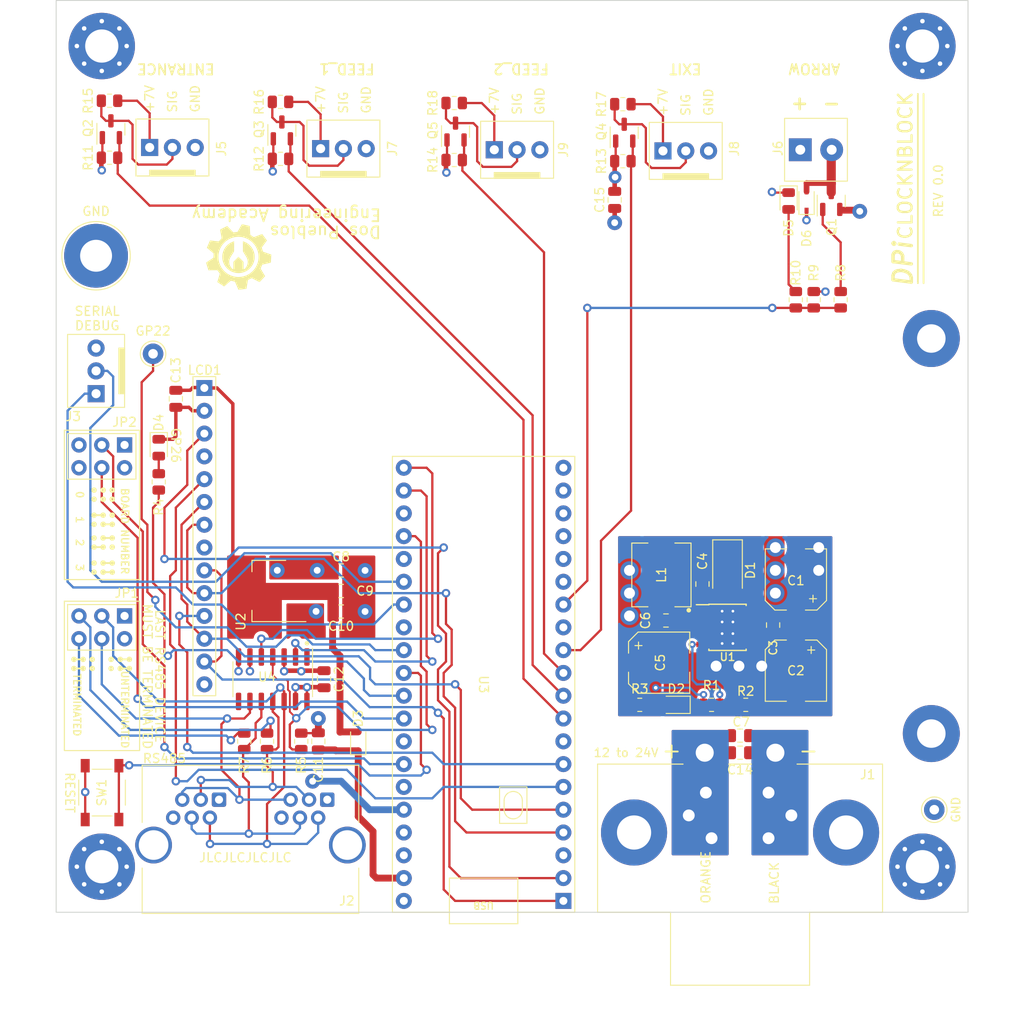
<source format=kicad_pcb>
(kicad_pcb (version 20211014) (generator pcbnew)
  (layers (0 "F.Cu" signal) (1 "In1.Cu" signal) (2 "In2.Cu" signal) (31 "B.Cu" signal) (34 "B.Paste" user) (35 "F.Paste" user) (36 "B.SilkS" user "B.Silkscreen") (37 "F.SilkS" user "F.Silkscreen") (38 "B.Mask" user) (39 "F.Mask" user) (44 "Edge.Cuts" user))
  (net 0 "")
  (net 1 "+24V")
  (net 2 "GND")
  (net 3 "+5V")
  (net 4 "+3V3")
  (net 5 "Net-(C11-Pad2)")
  (net 6 "Net-(J2-Pad5A)")
  (net 7 "Net-(J2-Pad4A)")
  (net 8 "Net-(J2-Pad3A)")
  (net 9 "Net-(J2-Pad2A)")
  (net 10 "Net-(J3-Pad1)")
  (net 11 "Net-(J3-Pad2)")
  (net 12 "Net-(JP1-Pad6)")
  (net 13 "Net-(JP1-Pad5)")
  (net 18 "Net-(JP2-Pad3)")
  (net 19 "Net-(JP2-Pad4)")
  (net 20 "LCD_CS")
  (net 21 "LCD_DC")
  (net 22 "SPI_MOSI")
  (net 23 "SPI_SCK")
  (net 24 "SPI_MISO")
  (net 25 "TOUCH_CS")
  (net 27 "Net-(R4-Pad1)")
  (net 28 "Net-(R5-Pad1)")
  (net 29 "Net-(SW1-Pad1)")
  (net 30 "Net-(TP2-Pad1)")
  (net 36 "Net-(U3-Pad21)")
  (net 37 "Net-(U3-Pad22)")
  (net 44 "Net-(D4-Pad2)")
  (net 45 "Net-(C4-Pad1)")
  (net 46 "Net-(C4-Pad2)")
  (net 47 "Net-(D2-Pad2)")
  (net 48 "Net-(R1-Pad2)")
  (net 52 "+6.8V")
  (net 53 "Net-(D5-Pad2)")
  (net 54 "Net-(D6-Pad2)")
  (net 55 "Net-(J5-Pad2)")
  (net 56 "Net-(J7-Pad2)")
  (net 57 "Net-(J8-Pad2)")
  (net 58 "Net-(J9-Pad2)")
  (net 59 "Net-(Q1-Pad1)")
  (net 60 "ENTRANCE")
  (net 61 "FEED_1")
  (net 62 "EXIT")
  (net 63 "FEED_2")
  (net 64 "ARROW")
  (footprint "Resistor_SMD:R_0805_2012Metric" (layer "F.Cu") (at 27.305 82.55 90)
    (fp_text reference "R5")
    (fp_text value "10K")
  )
  (footprint "Resistor_SMD:R_0805_2012Metric" (layer "F.Cu") (at 84.41 33.347 90)
    (fp_text reference "R9")
    (fp_text value "10K")
  )
  (footprint "@CustomFootprints_Discrete:ThreadedStud_6-32-375" (layer "F.Cu") (at 4.445 28.448)
    (fp_text reference "J4" hide)
    (fp_text value "Stud-6-32")
  )
  (footprint "@CustomFootprints_Connectors:Molex-Vert-3" (layer "F.Cu") (at 10.414 16.383 90)
    (fp_text reference "J5")
    (fp_text value "Molex-Vert-3-L")
  )
  (footprint "@CustomFootprints_Connectors:PowerPole2" (layer "F.Cu") (at 76.2 83.82 180)
    (fp_text reference "J1")
    (fp_text value "PowerPole2")
  )
  (footprint "Resistor_SMD:R_0805_2012Metric" (layer "F.Cu") (at 73.025 78.486)
    (fp_text reference "R1")
    (fp_text value "8.2K")
  )
  (footprint "MountingHole:MountingHole_3.7mm_Pad_Via" (layer "F.Cu") (at 96.52 96.52)
    (fp_text reference "REF**" hide)
    (fp_text value "MountingHole_3.7mm_Pad_Via")
  )
  (footprint "Capacitor_SMD:C_0805_2012Metric" (layer "F.Cu") (at 76.2 81.915)
    (fp_text reference "C7")
    (fp_text value ".1uf@50V")
  )
  (footprint "Package_SO:SOIC-14_3.9x8.7mm_P1.27mm" (layer "F.Cu") (at 24.13 75.63 -90)
    (fp_text reference "U4")
    (fp_text value "MAX3491ESD+T or SP3070EEN-L")
  )
  (footprint "Diode_SMD:D_SMA" (layer "F.Cu") (at 74.803 63.5 -90)
    (fp_text reference "D1")
    (fp_text value "B340A")
  )
  (footprint "Capacitor_SMD:C_0805_2012Metric" (layer "F.Cu") (at 62.23 22.225 90)
    (fp_text reference "C15")
    (fp_text value ".1uf")
  )
  (footprint "@CustomFootprints_Connectors:Molex-Vert-3" (layer "F.Cu") (at 48.815 16.637 90)
    (fp_text reference "J9")
    (fp_text value "Molex-Vert-3-L")
  )
  (footprint "Resistor_SMD:R_0805_2012Metric" (layer "F.Cu") (at 63.1425 11.557)
    (fp_text reference "R17")
    (fp_text value "10K")
  )
  (footprint "@CustomFootprints_Connectors:ScrewTerminal3.5MM-2" (layer "F.Cu") (at 82.91 16.637 90)
    (fp_text reference "J6")
    (fp_text value "ScrewTerminal3.5MM-2")
  )
  (footprint "@CustomFootprints_Connectors:Molex-Vert-3" (layer "F.Cu") (at 4.445 43.815 180)
    (fp_text reference "J3")
    (fp_text value "Molex-Vert-3-L")
  )
  (footprint "Capacitor_SMD:CP_Elec_6.3x7.7" (layer "F.Cu") (at 82.423 74.676 -90)
    (fp_text reference "C2")
    (fp_text value "47uf@50V")
  )
  (footprint "Capacitor_SMD:C_0805_2012Metric" (layer "F.Cu") (at 76.2 83.82)
    (fp_text reference "C14")
    (fp_text value "10uf@50V")
  )
  (footprint "Diode_SMD:D_SOD-323" (layer "F.Cu") (at 83.61 22.347 90)
    (fp_text reference "D6")
    (fp_text value "1N5819WS")
  )
  (footprint "Resistor_SMD:R_0805_2012Metric" (layer "F.Cu") (at 24.9955 11.303)
    (fp_text reference "R16")
    (fp_text value "10K")
  )
  (footprint "Resistor_SMD:R_0805_2012Metric" (layer "F.Cu") (at 82.41 33.347 90)
    (fp_text reference "R10")
    (fp_text value "2.2K")
  )
  (footprint "Package_TO_SOT_SMD:SOT-23" (layer "F.Cu") (at 86.36 22.347 90)
    (fp_text reference "Q1")
    (fp_text value "AO3400A")
  )
  (footprint "LED_SMD:LED_0805_2012Metric" (layer "F.Cu") (at 81.61 22.347 -90)
    (fp_text reference "D5")
    (fp_text value "RED LED")
  )
  (footprint "Capacitor_SMD:C_0805_2012Metric" (layer "F.Cu") (at 31.75 65.8)
    (fp_text reference "C9")
    (fp_text value "10uf")
  )
  (footprint "Package_TO_SOT_SMD:SOT-223" (layer "F.Cu") (at 23.724 65.8 180)
    (fp_text reference "U2")
    (fp_text value "AMS1117-5.0")
  )
  (footprint "Resistor_SMD:R_0805_2012Metric" (layer "F.Cu") (at 87.41 33.347 90)
    (fp_text reference "R8")
    (fp_text value "150")
  )
  (footprint "Capacitor_SMD:C_0805_2012Metric" (layer "F.Cu") (at 13.335 44.389 -90)
    (fp_text reference "C13")
    (fp_text value ".1uf")
  )
  (footprint "MountingHole:MountingHole_3.7mm_Pad_Via" (layer "F.Cu") (at 5.08 5.08)
    (fp_text reference "REF**" hide)
    (fp_text value "MountingHole_3.7mm_Pad_Via")
  )
  (footprint "Capacitor_SMD:C_0805_2012Metric" (layer "F.Cu") (at 67.945 69.088)
    (fp_text reference "C6")
    (fp_text value "10uf@50V")
  )
  (footprint "Capacitor_SMD:C_0805_2012Metric" (layer "F.Cu") (at 29.845 75.63 -90)
    (fp_text reference "C12")
    (fp_text value ".1uf")
  )
  (footprint "LED_SMD:LED_0805_2012Metric" (layer "F.Cu") (at 11.43 49.8325 -90)
    (fp_text reference "D4")
    (fp_text value "RED LED")
  )
  (footprint "Capacitor_SMD:C_0805_2012Metric" (layer "F.Cu") (at 79.883 69.596 -90)
    (fp_text reference "C3")
    (fp_text value "10uf@50V")
  )
  (footprint "Package_TO_SOT_SMD:SOT-23" (layer "F.Cu") (at 44.497 14.605 90)
    (fp_text reference "Q5")
    (fp_text value "AO3400A")
  )
  (footprint "Capacitor_SMD:C_0805_2012Metric" (layer "F.Cu") (at 72.009 65.024 90)
    (fp_text reference "C4")
    (fp_text value ".01uf")
  )
  (footprint "Capacitor_SMD:CP_Elec_6.3x7.7" (layer "F.Cu") (at 67.183 73.787)
    (fp_text reference "C5")
    (fp_text value "220uf@10V")
  )
  (footprint "MountingHole:MountingHole_3.7mm_Pad_Via" (layer "F.Cu") (at 96.52 5.08)
    (fp_text reference "REF**" hide)
    (fp_text value "MountingHole_3.7mm_Pad_Via")
  )
  (footprint "Package_TO_SOT_SMD:SOT-23" (layer "F.Cu") (at 6.096 14.351 90)
    (fp_text reference "Q2")
    (fp_text value "AO3400A")
  )
  (footprint "@CustomFootprints_Discrete:Jumper3x2" (layer "F.Cu") (at 7.62 68.58 -90)
    (fp_text reference "JP1")
    (fp_text value "Jumper3x2")
  )
  (footprint "@CustomFootprints_Connectors:6P6C_Modular_Dual" (layer "F.Cu") (at 30.2078 89.0524 -90)
    (fp_text reference "J2")
    (fp_text value "6P6C_Modular_Dual")
  )
  (footprint "Resistor_SMD:R_0805_2012Metric" (layer "F.Cu") (at 11.43 53.6425 90)
    (fp_text reference "R4")
    (fp_text value "4.7K")
  )
  (footprint "Resistor_SMD:R_0805_2012Metric" (layer "F.Cu") (at 24.9955 17.653 180)
    (fp_text reference "R12")
    (fp_text value "10K")
  )
  (footprint "Resistor_SMD:R_0805_2012Metric" (layer "F.Cu") (at 76.835 78.486)
    (fp_text reference "R2")
    (fp_text value "1.8K")
  )
  (footprint "Package_TO_SOT_SMD:SOT-23" (layer "F.Cu") (at 63.293 14.732 90)
    (fp_text reference "Q4")
    (fp_text value "AO3400A")
  )
  (footprint "Capacitor_SMD:CP_Elec_6.3x7.7" (layer "F.Cu") (at 82.423 64.516 90)
    (fp_text reference "C1")
    (fp_text value "47uf@50V")
  )
  (footprint "Package_TO_SOT_SMD:SOT-23" (layer "F.Cu") (at 25.146 14.478 90)
    (fp_text reference "Q3")
    (fp_text value "AO3400A")
  )
  (footprint "Resistor_SMD:R_0805_2012Metric" (layer "F.Cu") (at 44.3465 17.78 180)
    (fp_text reference "R14")
    (fp_text value "10K")
  )
  (footprint "Resistor_SMD:R_0805_2012Metric" (layer "F.Cu") (at 65.024 78.486)
    (fp_text reference "R3")
    (fp_text value "6.8K")
  )
  (footprint "Resistor_SMD:R_0805_2012Metric" (layer "F.Cu") (at 63.1425 17.907 180)
    (fp_text reference "R13")
    (fp_text value "10K")
  )
  (footprint "Capacitor_SMD:C_0805_2012Metric" (layer "F.Cu") (at 29.21 82.55 -90)
    (fp_text reference "C11")
    (fp_text value ".1uf")
  )
  (footprint "@CustomFootprints_Modules:RaspberryPiPico" (layer "F.Cu") (at 56.515 100.33 180)
    (fp_text reference "U3")
    (fp_text value "RaspberryPiPico")
  )
  (footprint "@CustomFootprints_Discrete:TestPoint" (layer "F.Cu") (at 97.8408 90.17)
    (fp_text reference "TP1" hide)
    (fp_text value "GND")
  )
  (footprint "@CustomFootprints_Logos:DPEA_Logo_0.300" (layer "F.Cu") (at 20.32 28.575 180)
    (fp_text reference "G***" hide)
    (fp_text value "LOGO" hide)
  )
  (footprint "@CustomFootprints_Discrete:Inductor_6.6x7.1_H3" (layer "F.Cu") (at 67.437 64.008 -90)
    (fp_text reference "L1")
    (fp_text value "22uH@3A")
  )
  (footprint "@CustomFootprints_Connectors:Molex-Vert-3" (layer "F.Cu") (at 29.464 16.51 90)
    (fp_text reference "J7")
    (fp_text value "Molex-Vert-3-L")
  )
  (footprint "Resistor_SMD:R_0805_2012Metric" (layer "F.Cu") (at 5.9455 11.176)
    (fp_text reference "R15")
    (fp_text value "10K")
  )
  (footprint "Resistor_SMD:R_0805_2012Metric" (layer "F.Cu") (at 5.9455 17.526 180)
    (fp_text reference "R11")
    (fp_text value "10K")
  )
  (footprint "@CustomFootprints_Discrete:TestPoint" (layer "F.Cu") (at 10.795 39.37)
    (fp_text reference "TP2" hide)
    (fp_text value "GP22")
  )
  (footprint "MountingHole:MountingHole_3.7mm_Pad_Via" (layer "F.Cu") (at 5.08 96.52)
    (fp_text reference "REF**" hide)
    (fp_text value "MountingHole_3.7mm_Pad_Via")
  )
  (footprint "@CustomFootprints_Discrete:PushButton_C318884" (layer "F.Cu") (at 5.11 88.265 -90)
    (fp_text reference "SW1")
    (fp_text value "PushButton_C318884" hide)
  )
  (footprint "@CustomFootprints_Display:LCDTouchScreen" (layer "F.Cu") (at 16.51 43.18)
    (fp_text reference "LCD1")
    (fp_text value "LCDTouchScreen")
  )
  (footprint "Resistor_SMD:R_0805_2012Metric" (layer "F.Cu") (at 44.3465 11.43)
    (fp_text reference "R18")
    (fp_text value "10K")
  )
  (footprint "@CustomFootprints_Connectors:Molex-Vert-3" (layer "F.Cu") (at 67.611 16.764 90)
    (fp_text reference "J8")
    (fp_text value "Molex-Vert-3-L")
  )
  (footprint "Resistor_SMD:R_0805_2012Metric" (layer "F.Cu") (at 23.495 82.55 90)
    (fp_text reference "R6")
    (fp_text value "120")
  )
  (footprint "Package_SO:TI_SO-PowerPAD-8_ThermalVias" (layer "F.Cu") (at 74.803 69.85)
    (fp_text reference "U1")
    (fp_text value "TPS5430DDA")
  )
  (footprint "Diode_SMD:D_SOD-323" (layer "F.Cu") (at 33.655 82.55 90)
    (fp_text reference "D3")
    (fp_text value "1N5819WS")
  )
  (footprint "Resistor_SMD:R_0805_2012Metric" (layer "F.Cu") (at 20.955 82.55 90)
    (fp_text reference "R7")
    (fp_text value "120")
  )
  (footprint "Capacitor_SMD:C_0805_2012Metric" (layer "F.Cu") (at 31.75 68.086)
    (fp_text reference "C10")
    (fp_text value "10uf")
  )
  (footprint "LED_SMD:LED_0805_2012Metric" (layer "F.Cu") (at 68.961 78.486 180)
    (fp_text reference "D2")
    (fp_text value "RED LED")
  )
  (footprint "@CustomFootprints_Discrete:Jumper3x2" (layer "F.Cu") (at 7.62 49.53 -90)
    (fp_text reference "JP2")
    (fp_text value "Jumper3x2")
  )
  (footprint "Capacitor_SMD:C_0805_2012Metric" (layer "F.Cu") (at 31.75 63.514)
    (fp_text reference "C8")
    (fp_text value "10uf")
  )
  (gr_circle locked (center 5.2324 63.7032) (end 5.2324 63.881) (layer "F.SilkS") (width 0.254) (fill none))
  (gr_circle locked (center 5.2324 55.5752) (end 5.2324 55.753) (layer "F.SilkS") (width 0.254) (fill none))
  (gr_line locked (start 6.2484 59.8932) (end 5.2324 59.8932) (layer "F.SilkS") (width 0.2032))
  (gr_line (start 96.647 31.496) (end 96.647 10.414) (layer "F.SilkS") (width 0.2032))
  (gr_circle locked (center 6.1214 73.4187) (end 6.1214 73.5965) (layer "F.SilkS") (width 0.254) (fill none))
  (gr_circle locked (center 5.2324 62.6872) (end 5.2324 62.865) (layer "F.SilkS") (width 0.254) (fill none))
  (gr_circle locked (center 5.2324 58.3692) (end 5.2324 58.547) (layer "F.SilkS") (width 0.254) (fill none))
  (gr_circle locked (center 2.9972 74.4347) (end 2.9972 74.6125) (layer "F.SilkS") (width 0.254) (fill none))
  (gr_circle locked (center 4.0132 73.4187) (end 4.0132 73.5965) (layer "F.SilkS") (width 0.254) (fill none))
  (gr_circle locked (center 4.0132 74.4347) (end 4.0132 74.6125) (layer "F.SilkS") (width 0.254) (fill none))
  (gr_circle locked (center 5.2324 59.8932) (end 5.2324 60.071) (layer "F.SilkS") (width 0.254) (fill none))
  (gr_circle locked (center 1.9812 73.4187) (end 1.9812 73.5965) (layer "F.SilkS") (width 0.254) (fill none))
  (gr_circle locked (center 5.2324 60.9092) (end 5.2324 61.087) (layer "F.SilkS") (width 0.254) (fill none))
  (gr_circle locked (center 7.1374 73.4187) (end 7.1374 73.5965) (layer "F.SilkS") (width 0.254) (fill none))
  (gr_line locked (start 2.9972 74.4347) (end 1.9812 74.4347) (layer "F.SilkS") (width 0.2032))
  (gr_circle locked (center 5.2324 57.3532) (end 5.2324 57.531) (layer "F.SilkS") (width 0.254) (fill none))
  (gr_circle locked (center 2.9972 73.4187) (end 2.9972 73.5965) (layer "F.SilkS") (width 0.254) (fill none))
  (gr_line locked (start 8.1534 73.4187) (end 7.1374 73.4187) (layer "F.SilkS") (width 0.2032))
  (gr_line (start 96.012 31.496) (end 96.012 10.414) (layer "F.SilkS") (width 0.2032))
  (gr_circle locked (center 4.2164 55.5752) (end 4.2164 55.753) (layer "F.SilkS") (width 0.254) (fill none))
  (gr_line locked (start 5.2324 60.9092) (end 4.2164 60.9092) (layer "F.SilkS") (width 0.2032))
  (gr_circle locked (center 6.2484 60.9092) (end 6.2484 61.087) (layer "F.SilkS") (width 0.254) (fill none))
  (gr_circle locked (center 4.2164 59.8932) (end 4.2164 60.071) (layer "F.SilkS") (width 0.254) (fill none))
  (gr_circle locked (center 6.2484 59.8932) (end 6.2484 60.071) (layer "F.SilkS") (width 0.254) (fill none))
  (gr_circle locked (center 6.2484 62.6872) (end 6.2484 62.865) (layer "F.SilkS") (width 0.254) (fill none))
  (gr_circle locked (center 8.1534 74.4347) (end 8.1534 74.6125) (layer "F.SilkS") (width 0.254) (fill none))
  (gr_circle locked (center 1.9812 74.4347) (end 1.9812 74.6125) (layer "F.SilkS") (width 0.254) (fill none))
  (gr_circle locked (center 5.2324 54.5592) (end 5.2324 54.737) (layer "F.SilkS") (width 0.254) (fill none))
  (gr_circle locked (center 6.2484 55.5752) (end 6.2484 55.753) (layer "F.SilkS") (width 0.254) (fill none))
  (gr_circle locked (center 4.2164 58.3692) (end 4.2164 58.547) (layer "F.SilkS") (width 0.254) (fill none))
  (gr_circle locked (center 6.2484 57.3532) (end 6.2484 57.531) (layer "F.SilkS") (width 0.254) (fill none))
  (gr_line locked (start 5.2324 57.3532) (end 4.2164 57.3532) (layer "F.SilkS") (width 0.2032))
  (gr_circle locked (center 4.2164 63.7032) (end 4.2164 63.881) (layer "F.SilkS") (width 0.254) (fill none))
  (gr_line locked (start 8.1534 74.4347) (end 7.1374 74.4347) (layer "F.SilkS") (width 0.2032))
  (gr_circle locked (center 4.2164 60.9092) (end 4.2164 61.087) (layer "F.SilkS") (width 0.254) (fill none))
  (gr_circle locked (center 4.2164 57.3532) (end 4.2164 57.531) (layer "F.SilkS") (width 0.254) (fill none))
  (gr_circle locked (center 6.2484 58.3692) (end 6.2484 58.547) (layer "F.SilkS") (width 0.254) (fill none))
  (gr_circle locked (center 6.2484 54.5592) (end 6.2484 54.737) (layer "F.SilkS") (width 0.254) (fill none))
  (gr_line locked (start 6.2484 63.7032) (end 5.2324 63.7032) (layer "F.SilkS") (width 0.2032))
  (gr_line locked (start 6.2484 62.6872) (end 5.2324 62.6872) (layer "F.SilkS") (width 0.2032))
  (gr_rect locked (start 9.2964 66.9417) (end 0.9144 83.5787) (layer "F.SilkS") (width 0.127) (fill none))
  (gr_circle locked (center 7.1374 74.4347) (end 7.1374 74.6125) (layer "F.SilkS") (width 0.254) (fill none))
  (gr_circle locked (center 4.2164 62.6872) (end 4.2164 62.865) (layer "F.SilkS") (width 0.254) (fill none))
  (gr_circle locked (center 6.2484 63.7032) (end 6.2484 63.881) (layer "F.SilkS") (width 0.254) (fill none))
  (gr_circle locked (center 4.2164 54.5592) (end 4.2164 54.737) (layer "F.SilkS") (width 0.254) (fill none))
  (gr_rect locked (start 9.2964 47.8917) (end 0.9144 64.5287) (layer "F.SilkS") (width 0.127) (fill none))
  (gr_circle locked (center 8.1534 73.4187) (end 8.1534 73.5965) (layer "F.SilkS") (width 0.254) (fill none))
  (gr_line locked (start 6.2484 58.3692) (end 5.2324 58.3692) (layer "F.SilkS") (width 0.2032))
  (gr_circle locked (center 6.1214 74.4347) (end 6.1214 74.6125) (layer "F.SilkS") (width 0.254) (fill none))
  (gr_circle (center 70.485 67.945) (end 70.612 67.945) (layer "F.SilkS") (width 0.254) (fill none))
  (gr_circle (center 27.94 71.628) (end 28.067 71.628) (layer "F.SilkS") (width 0.254) (fill none))
  (gr_line locked (start 2.9972 73.4187) (end 1.9812 73.4187) (layer "F.SilkS") (width 0.2032))
  (gr_rect locked (start 0 0) (end 101.6 101.6) (layer "Edge.Cuts") (width 0.1) (fill none))
  (gr_text "GND" (at 15.494 12.573 90) (layer "F.SilkS") (effects (font (size 1 1)) (justify left)))
  (gr_text "SIG" (at 51.355 12.827 90) (layer "F.SilkS") (effects (font (size 1 1)) (justify left)))
  (gr_text "GND" (at 100.2538 90.17 90) (layer "F.SilkS") (effects (font (size 0.9398 0.9398))))
  (gr_text "+7V" (at 10.414 12.573 90) (layer "F.SilkS") (effects (font (size 1 1)) (justify left)))
  (gr_text "+7V" (at 48.815 12.827 90) (layer "F.SilkS") (effects (font (size 1 1)) (justify left)))
  (gr_text "CLOCKNBLOCK" (at 94.615 18.415 90) (layer "F.SilkS") (effects (font (size 1.524 1.524) (thickness 0.254))))
  (gr_text "MUST BE TERMINATED" (at 10.16 67.1322 270) (layer "F.SilkS") (effects (font (size 1 1)) (justify left)))
  (gr_text "3" (at 2.6162 63.1952 270) (layer "F.SilkS") (effects (font (size 0.8128 0.8128) (thickness 0.1524))))
  (gr_text "1" (at 2.6162 57.8612 270) (layer "F.SilkS") (effects (font (size 0.8128 0.8128) (thickness 0.1524))))
  (gr_text "ARROW" (at 84.455 7.62 180) (layer "F.SilkS") (effects (font (size 1.143 1.143) (thickness 0.2032))))
  (gr_text "SIG" (at 32.004 12.7 90) (layer "F.SilkS") (effects (font (size 1 1)) (justify left)))
  (gr_text "UNTERMINATED" (at 7.6454 79.0067 270) (layer "F.SilkS") (effects (font (size 0.7874 0.7874) (thickness 0.1524))))
  (gr_text "+7V" (at 29.464 12.7 90) (layer "F.SilkS") (effects (font (size 1 1)) (justify left)))
  (gr_text "BLACK" (at 80.01 98.328 90) (layer "F.SilkS") (effects (font (size 1 1))))
  (gr_text "EXIT" (at 70.104 7.62 180) (layer "F.SilkS") (effects (font (size 1.143 1.143) (thickness 0.2032))))
  (gr_text "DPi" (at 94.361 29.337 90) (layer "F.SilkS") (effects (font (size 2.032 2.032) (thickness 0.381) italic)))
  (gr_text "Dos Pueblos" (at 36.322 25.781 180) (layer "F.SilkS") (effects (font (size 1.3208 1.3208) (thickness 0.2032)) (justify left)))
  (gr_text "SIG" (at 12.954 12.573 90) (layer "F.SilkS") (effects (font (size 1 1)) (justify left)))
  (gr_text "JLCJLCJLCJLC" (at 21.082 95.504) (layer "F.SilkS") (effects (font (size 1 1))))
  (gr_text "GP22" (at 10.795 36.83) (layer "F.SilkS") (effects (font (size 1 1))))
  (gr_text "TERMINATED" (at 2.3114 78.4987 270) (layer "F.SilkS") (effects (font (size 0.7874 0.7874) (thickness 0.1524))))
  (gr_text "ENTRANCE" (at 13.335 7.62 180) (layer "F.SilkS") (effects (font (size 1.143 1.143) (thickness 0.2032))))
  (gr_text "FEED_1" (at 32.385 7.62 180) (layer "F.SilkS") (effects (font (size 1.143 1.143) (thickness 0.2032))))
  (gr_text "LAST RS485 DEVICE\n" (at 11.557 67.7672 270) (layer "F.SilkS") (effects (font (size 1 1)) (justify left)))
  (gr_text "BOARD NUMBER" (at 7.6454 59.1312 270) (layer "F.SilkS") (effects (font (size 0.8128 0.8128) (thickness 0.1524))))
  (gr_text "Engineering Academy" (at 36.322 23.876 180) (layer "F.SilkS") (effects (font (size 1.3208 1.3208) (thickness 0.2032)) (justify left)))
  (gr_text "GP26" (at 13.335 49.5785 270) (layer "F.SilkS") (effects (font (size 1 1))))
  (gr_text "-" (at 86.394 11.6535 180) (layer "F.SilkS") (effects (font (size 1.5 1.5) (thickness 0.3))))
  (gr_text "+" (at 82.7364 11.5265 90) (layer "F.SilkS") (effects (font (size 1.5 1.5) (thickness 0.3))))
  (gr_text "REV 0.0" (at 98.298 21.209 90) (layer "F.SilkS") (effects (font (size 1 1))))
  (gr_text "0" (at 2.6162 55.0672 270) (layer "F.SilkS") (effects (font (size 0.8128 0.8128) (thickness 0.1524))))
  (gr_text "RS485" (at 12.065 84.455) (layer "F.SilkS") (effects (font (size 1 1))))
  (gr_text "ORANGE" (at 72.39 97.693 90) (layer "F.SilkS") (effects (font (size 1 1))))
  (gr_text "FEED_2" (at 51.816 7.62 180) (layer "F.SilkS") (effects (font (size 1.143 1.143) (thickness 0.2032))))
  (gr_text "GND" (at 53.895 12.827 90) (layer "F.SilkS") (effects (font (size 1 1)) (justify left)))
  (gr_text "SIG" (at 70.151 12.954 90) (layer "F.SilkS") (effects (font (size 1 1)) (justify left)))
  (gr_text "GND" (at 34.544 12.7 90) (layer "F.SilkS") (effects (font (size 1 1)) (justify left)))
  (gr_text "12 to 24V" (at 63.5 83.82) (layer "F.SilkS") (effects (font (size 0.9398 0.9398))))
  (gr_text "SERIAL\nDEBUG" (at 4.572 35.433) (layer "F.SilkS") (effects (font (size 1 1))))
  (gr_text "2" (at 2.6162 60.4012 270) (layer "F.SilkS") (effects (font (size 0.8128 0.8128) (thickness 0.1524))))
  (gr_text "GND" (at 4.445 23.495) (layer "F.SilkS") (effects (font (size 1 1))))
  (gr_text "+7V" (at 67.611 12.954 90) (layer "F.SilkS") (effects (font (size 1 1)) (justify left)))
  (gr_text "GND" (at 72.691 12.954 90) (layer "F.SilkS") (effects (font (size 1 1)) (justify left)))
  (gr_text "RESET" (at 1.524 88.265 270) (layer "F.SilkS") (effects (font (size 1 1))))
  (segment (start 83.61 24.4705) (end 83.6 24.4805) (width 0.381) (layer "F.Cu") (net 1))
  (segment (start 83.61 23.397) (end 83.61 24.4705) (width 0.381) (layer "F.Cu") (net 1))
  (via (at 70.485 90.805) (size 2.921) (drill 1.3208) (layers "F.Cu" "B.Cu") (net 1))
  (via (at 72.39 88.265) (size 2.921) (drill 1.3208) (layers "F.Cu" "B.Cu") (net 1))
  (via (at 83.6 24.4805) (size 0.9398) (drill 0.508) (layers "F.Cu" "B.Cu") (net 1))
  (via (at 73.025 93.345) (size 2.921) (drill 1.3208) (layers "F.Cu" "B.Cu") (net 1))
  (via (at 80.137 63.5) (size 2.032) (drill 1.2192) (layers "F.Cu" "B.Cu") (net 1))
  (via (at 80.137 60.96) (size 2.032) (drill 1.2192) (layers "F.Cu" "B.Cu") (net 1))
  (via (at 80.137 66.04) (size 2.032) (drill 1.2192) (layers "F.Cu" "B.Cu") (net 1))
  (segment (start 29.21 81.6) (end 29.21 80.01) (width 0.762) (layer "F.Cu") (net 2))
  (segment (start 25.461 74.68) (end 25.4 74.741) (width 0.508) (layer "F.Cu") (net 2))
  (segment (start 62.23 23.175) (end 62.23 24.765) (width 0.508) (layer "F.Cu") (net 2))
  (segment (start 29.1725 81.6375) (end 29.21 81.6) (width 0.254) (layer "F.Cu") (net 2))
  (segment (start 81.61 21.4095) (end 79.8295 21.4095) (width 0.254) (layer "F.Cu") (net 2))
  (segment (start 13.0025 48.895) (end 13.335 48.5625) (width 0.381) (layer "F.Cu") (net 2))
  (segment (start 84.41 32.4345) (end 85.6975 32.4345) (width 0.254) (layer "F.Cu") (net 2))
  (segment (start 13.335 48.5625) (end 13.335 45.339) (width 0.381) (layer "F.Cu") (net 2))
  (segment (start 89.535 23.495) (end 89.408 23.368) (width 0.762) (layer "F.Cu") (net 2))
  (segment (start 14.793 45.339) (end 15.174 45.72) (width 0.381) (layer "F.Cu") (net 2))
  (segment (start 15.174 45.72) (end 16.51 45.72) (width 0.381) (layer "F.Cu") (net 2))
  (segment (start 25.4 73.155) (end 25.4 74.995) (width 0.254) (layer "F.Cu") (net 2))
  (segment (start 13.335 45.339) (end 14.793 45.339) (width 0.381) (layer "F.Cu") (net 2))
  (segment (start 87.41 23.3845) (end 87.31 23.2845) (width 0.254) (layer "F.Cu") (net 2))
  (segment (start 27.305 81.6375) (end 29.1725 81.6375) (width 0.254) (layer "F.Cu") (net 2))
  (segment (start 21.59 73.155) (end 21.59 74.995) (width 0.254) (layer "F.Cu") (net 2))
  (segment (start 3.235 88.205) (end 3.235 91.265) (width 0.254) (layer "F.Cu") (net 2))
  (segment (start 29.845 74.68) (end 25.461 74.68) (width 0.508) (layer "F.Cu") (net 2))
  (segment (start 79.8295 21.4095) (end 79.756 21.336) (width 0.254) (layer "F.Cu") (net 2))
  (segment (start 3.235 85.265) (end 3.235 88.205) (width 0.254) (layer "F.Cu") (net 2))
  (segment (start 89.408 23.368) (end 87.63 23.368) (width 0.762) (layer "F.Cu") (net 2))
  (segment (start 20.32 73.155) (end 20.32 74.995) (width 0.254) (layer "F.Cu") (net 2))
  (segment (start 85.6975 32.4345) (end 85.71 32.447) (width 0.254) (layer "F.Cu") (net 2))
  (segment (start 11.43 48.895) (end 13.0025 48.895) (width 0.381) (layer "F.Cu") (net 2))
  (via (at 81.915 90.805) (size 2.921) (drill 1.3208) (layers "F.Cu" "B.Cu") (net 2))
  (via (at 76.073 74.168) (size 2.032) (drill 1.2192) (layers "F.Cu" "B.Cu") (net 2))
  (via (at 27.305 74.741) (size 0.9398) (drill 0.508) (layers "F.Cu" "B.Cu") (net 2))
  (via (at 84.963 60.96) (size 2.032) (drill 1.2192) (layers "F.Cu" "B.Cu") (net 2))
  (via (at 73.533 74.168) (size 2.032) (drill 1.2192) (layers "F.Cu" "B.Cu") (net 2))
  (via (at 21.59 74.741) (size 0.9398) (drill 0.508) (layers "F.Cu" "B.Cu") (net 2))
  (via (at 85.71 32.447) (size 0.9398) (drill 0.508) (layers "F.Cu" "B.Cu") (net 2))
  (via (at 79.756 21.336) (size 0.9398) (drill 0.508) (layers "F.Cu" "B.Cu") (net 2))
  (via (at 78.613 74.168) (size 2.032) (drill 1.2192) (layers "F.Cu" "B.Cu") (net 2))
  (via (at 34.417 63.514) (size 1.651) (drill 0.762) (layers "F.Cu" "B.Cu") (net 2))
  (via (at 20.32 74.741) (size 0.9398) (drill 0.508) (layers "F.Cu" "B.Cu") (net 2))
  (via (at 3.235 88.205) (size 0.9398) (drill 0.508) (layers "F.Cu" "B.Cu") (net 2))
  (via (at 84.963 63.5) (size 2.032) (drill 1.2192) (layers "F.Cu" "B.Cu") (net 2))
  (via (at 34.417 68.086) (size 1.651) (drill 0.762) (layers "F.Cu" "B.Cu") (net 2))
  (via (at 29.21 80.01) (size 1.651) (drill 0.762) (layers "F.Cu" "B.Cu") (net 2))
  (via (at 62.23 24.765) (size 1.651) (drill 0.762) (layers "F.Cu" "B.Cu") (net 2))
  (via (at 28.956 68.072) (size 1.651) (drill 0.762) (layers "F.Cu" "B.Cu") (net 2))
  (via (at 79.375 93.345) (size 2.921) (drill 1.3208) (layers "F.Cu" "B.Cu") (net 2))
  (via (at 25.4 74.741) (size 0.9398) (drill 0.508) (layers "F.Cu" "B.Cu") (net 2))
  (via (at 89.535 23.495) (size 1.651) (drill 0.762) (layers "F.Cu" "B.Cu") (net 2))
  (via (at 79.375 88.265) (size 2.921) (drill 1.3208) (layers "F.Cu" "B.Cu") (net 2))
  (segment (start 19.685 64.673824) (end 20.574 65.562824) (width 0.381) (layer "F.Cu") (net 3))
  (segment (start 16.4617 43.1317) (end 16.51 43.18) (width 0.381) (layer "F.Cu") (net 3))
  (segment (start 31.657 81.5) (end 31.623 81.534) (width 0.762) (layer "F.Cu") (net 3))
  (segment (start 17.9197 43.18) (end 19.685 44.9453) (width 0.381) (layer "F.Cu") (net 3))
  (segment (start 33.655 81.5) (end 31.657 81.5) (width 0.762) (layer "F.Cu") (net 3))
  (segment (start 19.685 44.9453) (end 19.685 64.673824) (width 0.381) (layer "F.Cu") (net 3))
  (segment (start 13.335 43.439) (end 14.92 43.439) (width 0.381) (layer "F.Cu") (net 3))
  (segment (start 20.574 65.562824) (end 20.574 65.8) (width 0.381) (layer "F.Cu") (net 3))
  (segment (start 30.8 72.202) (end 30.8 68.086) (width 0.762) (layer "F.Cu") (net 3))
  (segment (start 15.2273 43.1317) (end 16.4617 43.1317) (width 0.381) (layer "F.Cu") (net 3))
  (segment (start 16.51 43.18) (end 17.9197 43.18) (width 0.381) (layer "F.Cu") (net 3))
  (segment (start 31.623 81.534) (end 31.623 73.025) (width 0.762) (layer "F.Cu") (net 3))
  (segment (start 31.623 73.025) (end 30.8 72.202) (width 0.762) (layer "F.Cu") (net 3))
  (segment (start 14.92 43.439) (end 15.2273 43.1317) (width 0.381) (layer "F.Cu") (net 3))
  (segment (start 26.67 78.105) (end 26.67 76.265) (width 0.254) (layer "F.Cu") (net 4))
  (segment (start 43.547 15.5425) (end 43.547 17.667) (width 0.254) (layer "F.Cu") (net 4))
  (segment (start 27.94 78.105) (end 27.94 76.265) (width 0.254) (layer "F.Cu") (net 4))
  (segment (start 62.23 21.275) (end 62.23 19.732) (width 0.508) (layer "F.Cu") (net 4))
  (segment (start 24.196 17.54) (end 24.083 17.653) (width 0.254) (layer "F.Cu") (net 4))
  (segment (start 29.784 76.519) (end 29.845 76.58) (width 0.508) (layer "F.Cu") (net 4))
  (segment (start 62.277 19.685) (end 62.23 19.638) (width 0.508) (layer "F.Cu") (net 4))
  (segment (start 43.547 17.667) (end 43.434 17.78) (width 0.254) (layer "F.Cu") (net 4))
  (segment (start 43.434 19.13) (end 43.481 19.177) (width 0.508) (layer "F.Cu") (net 4))
  (segment (start 62.343 17.794) (end 62.23 17.907) (width 0.254) (layer "F.Cu") (net 4))
  (segment (start 62.23 19.732) (end 62.277 19.685) (width 0.508) (layer "F.Cu") (net 4))
  (segment (start 5.146 17.413) (end 5.033 17.526) (width 0.254) (layer "F.Cu") (net 4))
  (segment (start 24.083 19.003) (end 24.13 19.05) (width 0.508) (layer "F.Cu") (net 4))
  (segment (start 26.67 76.519) (end 27.94 76.519) (width 0.508) (layer "F.Cu") (net 4))
  (segment (start 43.434 17.78) (end 43.434 19.13) (width 0.508) (layer "F.Cu") (net 4))
  (segment (start 24.196 15.4155) (end 24.196 17.54) (width 0.254) (layer "F.Cu") (net 4))
  (segment (start 27.94 76.519) (end 29.784 76.519) (width 0.508) (layer "F.Cu") (net 4))
  (segment (start 5.146 15.2885) (end 5.146 17.413) (width 0.254) (layer "F.Cu") (net 4))
  (segment (start 24.083 17.653) (end 24.083 19.003) (width 0.508) (layer "F.Cu") (net 4))
  (segment (start 62.343 15.6695) (end 62.343 17.794) (width 0.254) (layer "F.Cu") (net 4))
  (segment (start 62.23 19.638) (end 62.23 17.907) (width 0.508) (layer "F.Cu") (net 4))
  (segment (start 5.033 18.876) (end 5.08 18.923) (width 0.508) (layer "F.Cu") (net 4))
  (segment (start 5.033 17.526) (end 5.033 18.876) (width 0.508) (layer "F.Cu") (net 4))
  (via (at 26.67 76.519) (size 0.9398) (drill 0.508) (layers "F.Cu" "B.Cu") (net 4))
  (via (at 62.277 19.685) (size 1.4224) (drill 0.7366) (layers "F.Cu" "B.Cu") (net 4))
  (via (at 24.13 19.05) (size 0.9398) (drill 0.508) (layers "F.Cu" "B.Cu") (net 4))
  (via (at 43.481 19.177) (size 0.9398) (drill 0.508) (layers "F.Cu" "B.Cu") (net 4))
  (via (at 27.94 76.519) (size 0.9398) (drill 0.508) (layers "F.Cu" "B.Cu") (net 4))
  (via (at 5.08 18.923) (size 0.9398) (drill 0.508) (layers "F.Cu" "B.Cu") (net 4))
  (via (at 28.575 86.995) (size 1.651) (drill 0.762) (layers "F.Cu" "B.Cu") (net 4))
  (segment (start 31.75 86.995) (end 28.575 86.995) (width 0.762) (layer "B.Cu") (net 4))
  (segment (start 34.925 90.17) (end 31.75 86.995) (width 0.762) (layer "B.Cu") (net 4))
  (segment (start 38.735 90.17) (end 34.925 90.17) (width 0.762) (layer "B.Cu") (net 4))
  (segment (start 35.306 97.409) (end 35.306 92.583) (width 0.762) (layer "F.Cu") (net 5))
  (segment (start 38.735 97.79) (end 35.687 97.79) (width 0.762) (layer "F.Cu") (net 5))
  (segment (start 35.687 97.79) (end 35.306 97.409) (width 0.762) (layer "F.Cu") (net 5))
  (segment (start 33.655 90.932) (end 33.655 83.6) (width 0.762) (layer "F.Cu") (net 5))
  (segment (start 31.049 83.5) (end 29.21 83.5) (width 0.762) (layer "F.Cu") (net 5))
  (segment (start 33.655 83.6) (end 31.149 83.6) (width 0.762) (layer "F.Cu") (net 5))
  (segment (start 35.306 92.583) (end 33.655 90.932) (width 0.762) (layer "F.Cu") (net 5))
  (segment (start 31.149 83.6) (end 31.049 83.5) (width 0.762) (layer "F.Cu") (net 5))
  (segment (start 20.4216 87.7316) (end 18.415 85.725) (width 0.254) (layer "F.Cu") (net 6))
  (segment (start 20.4216 89.0524) (end 20.4216 87.7316) (width 0.254) (layer "F.Cu") (net 6))
  (segment (start 20.955 80.01) (end 21.59 79.375) (width 0.254) (layer "F.Cu") (net 6))
  (segment (start 18.415 85.725) (end 18.415 80.645) (width 0.254) (layer "F.Cu") (net 6))
  (segment (start 18.415 80.645) (end 19.05 80.01) (width 0.254) (layer "F.Cu") (net 6))
  (segment (start 21.59 79.375) (end 21.59 78.105) (width 0.254) (layer "F.Cu") (net 6))
  (segment (start 19.05 80.01) (end 20.955 80.01) (width 0.254) (layer "F.Cu") (net 6))
  (via (at 19.05 80.01) (size 0.9398) (drill 0.508) (layers "F.Cu" "B.Cu") (net 6))
  (via (at 20.4216 89.0524) (size 0.9398) (drill 0.508) (layers "F.Cu" "B.Cu") (net 6))
  (segment (start 20.4216 89.0524) (end 26.1184 89.0524) (width 0.254) (layer "B.Cu") (net 6))
  (segment (start 19.1262 87.757) (end 14.478 87.757) (width 0.254) (layer "B.Cu") (net 6))
  (segment (start 20.4216 89.0524) (end 19.1262 87.757) (width 0.254) (layer "B.Cu") (net 6))
  (segment (start 8.89 80.01) (end 5.08 76.2) (width 0.254) (layer "B.Cu") (net 6))
  (segment (start 19.05 80.01) (end 8.89 80.01) (width 0.254) (layer "B.Cu") (net 6))
  (segment (start 14.478 87.757) (end 14.0534 88.1816) (width 0.254) (layer "B.Cu") (net 6))
  (segment (start 14.0534 88.1816) (end 14.0534 89.0524) (width 0.254) (layer "B.Cu") (net 6))
  (segment (start 5.08 76.2) (end 5.08 71.12) (width 0.254) (layer "B.Cu") (net 6))
  (segment (start 22.225 80.518) (end 22.225 82.1925) (width 0.254) (layer "F.Cu") (net 7))
  (segment (start 20.828 86.487) (end 21.463 87.122) (width 0.254) (layer "F.Cu") (net 7))
  (segment (start 20.828 83.5895) (end 20.828 86.487) (width 0.254) (layer "F.Cu") (net 7))
  (segment (start 21.463 87.122) (end 21.463 92.837) (width 0.254) (layer "F.Cu") (net 7))
  (segment (start 22.86 78.105) (end 22.86 79.883) (width 0.254) (layer "F.Cu") (net 7))
  (segment (start 20.955 83.4625) (end 20.828 83.5895) (width 0.254) (layer "F.Cu") (net 7))
  (segment (start 22.225 82.1925) (end 20.955 83.4625) (width 0.254) (layer "F.Cu") (net 7))
  (segment (start 22.86 79.883) (end 22.225 80.518) (width 0.254) (layer "F.Cu") (net 7))
  (via (at 21.463 92.837) (size 0.9398) (drill 0.508) (layers "F.Cu" "B.Cu") (net 7))
  (segment (start 21.463 92.837) (end 26.543 92.837) (width 0.254) (layer "B.Cu") (net 7))
  (segment (start 26.543 92.837) (end 27.1598 92.2202) (width 0.254) (layer "B.Cu") (net 7))
  (segment (start 15.621 92.837) (end 21.463 92.837) (width 0.254) (layer "B.Cu") (net 7))
  (segment (start 15.0948 91.059) (end 15.0948 92.3108) (width 0.254) (layer "B.Cu") (net 7))
  (segment (start 27.1598 92.2202) (end 27.1598 91.059) (width 0.254) (layer "B.Cu") (net 7))
  (segment (start 15.0948 92.3108) (end 15.621 92.837) (width 0.254) (layer "B.Cu") (net 7))
  (segment (start 24.13 85.979) (end 24.13 87.63) (width 0.254) (layer "F.Cu") (net 8))
  (segment (start 24.4875 83.4625) (end 23.495 83.4625) (width 0.254) (layer "F.Cu") (net 8))
  (segment (start 23.495 85.344) (end 24.13 85.979) (width 0.254) (layer "F.Cu") (net 8))
  (segment (start 16.129 86.868) (end 16.1108 86.8862) (width 0.254) (layer "F.Cu") (net 8))
  (segment (start 24.13 79.248) (end 24.765 79.883) (width 0.254) (layer "F.Cu") (net 8))
  (segment (start 16.1108 86.8862) (end 16.1108 89.0524) (width 0.254) (layer "F.Cu") (net 8))
  (segment (start 24.765 79.883) (end 24.765 83.185) (width 0.254) (layer "F.Cu") (net 8))
  (segment (start 24.13 78.105) (end 24.13 79.248) (width 0.254) (layer "F.Cu") (net 8))
  (segment (start 23.495 83.4625) (end 23.495 85.344) (width 0.254) (layer "F.Cu") (net 8))
  (segment (start 24.765 83.185) (end 24.4875 83.4625) (width 0.254) (layer "F.Cu") (net 8))
  (via (at 24.13 87.63) (size 0.9398) (drill 0.508) (layers "F.Cu" "B.Cu") (net 8))
  (via (at 16.129 86.868) (size 0.9398) (drill 0.508) (layers "F.Cu" "B.Cu") (net 8))
  (segment (start 26.7534 87.63) (end 28.1758 89.0524) (width 0.254) (layer "B.Cu") (net 8))
  (segment (start 16.129 86.868) (end 19.304 86.868) (width 0.254) (layer "B.Cu") (net 8))
  (segment (start 19.304 86.868) (end 20.066 87.63) (width 0.254) (layer "B.Cu") (net 8))
  (segment (start 20.066 87.63) (end 24.13 87.63) (width 0.254) (layer "B.Cu") (net 8))
  (segment (start 24.13 87.63) (end 26.7534 87.63) (width 0.254) (layer "B.Cu") (net 8))
  (segment (start 23.495 89.535) (end 23.495 93.98) (width 0.254) (layer "F.Cu") (net 9))
  (segment (start 24.9682 76.5556) (end 25.4 76.9874) (width 0.254) (layer "F.Cu") (net 9))
  (segment (start 25.4 76.9874) (end 25.4 78.105) (width 0.254) (layer "F.Cu") (net 9))
  (segment (start 17.145 93.98) (end 17.1268 93.9618) (width 0.254) (layer "F.Cu") (net 9))
  (segment (start 25.4 78.105) (end 25.4 87.63) (width 0.254) (layer "F.Cu") (net 9))
  (segment (start 17.1268 93.9618) (end 17.1268 91.059) (width 0.254) (layer "F.Cu") (net 9))
  (segment (start 25.4 87.63) (end 23.495 89.535) (width 0.254) (layer "F.Cu") (net 9))
  (via (at 17.145 93.98) (size 0.9398) (drill 0.508) (layers "F.Cu" "B.Cu") (net 9))
  (via (at 24.9682 76.5556) (size 0.9398) (drill 0.508) (layers "F.Cu" "B.Cu") (net 9))
  (via (at 23.495 93.98) (size 0.9398) (drill 0.508) (layers "F.Cu" "B.Cu") (net 9))
  (segment (start 23.4188 78.105) (end 11.43 78.105) (width 0.254) (layer "B.Cu") (net 9))
  (segment (start 11.43 78.105) (end 6.35 73.025) (width 0.254) (layer "B.Cu") (net 9))
  (segment (start 17.145 93.98) (end 23.495 93.98) (width 0.254) (layer "B.Cu") (net 9))
  (segment (start 29.1918 92.7282) (end 29.1918 91.059) (width 0.254) (layer "B.Cu") (net 9))
  (segment (start 24.9682 76.5556) (end 23.4188 78.105) (width 0.254) (layer "B.Cu") (net 9))
  (segment (start 23.495 93.98) (end 27.94 93.98) (width 0.254) (layer "B.Cu") (net 9))
  (segment (start 27.94 93.98) (end 29.1918 92.7282) (width 0.254) (layer "B.Cu") (net 9))
  (segment (start 6.35 69.85) (end 5.08 68.58) (width 0.254) (layer "B.Cu") (net 9))
  (segment (start 6.35 73.025) (end 6.35 69.85) (width 0.254) (layer "B.Cu") (net 9))
  (segment (start 1.905 65.405) (end 13.335 65.405) (width 0.254) (layer "B.Cu") (net 10))
  (segment (start 4.445 43.815) (end 3.175 43.815) (width 0.254) (layer "B.Cu") (net 10))
  (segment (start 37.592 67.31) (end 38.735 67.31) (width 0.254) (layer "B.Cu") (net 10))
  (segment (start 35.3822 69.5198) (end 37.592 67.31) (width 0.254) (layer "B.Cu") (net 10))
  (segment (start 1.27 64.77) (end 1.905 65.405) (width 0.254) (layer "B.Cu") (net 10))
  (segment (start 20.6248 69.5198) (end 35.3822 69.5198) (width 0.254) (layer "B.Cu") (net 10))
  (segment (start 1.27 45.72) (end 1.27 64.77) (width 0.254) (layer "B.Cu") (net 10))
  (segment (start 15.24 67.31) (end 18.415 67.31) (width 0.254) (layer "B.Cu") (net 10))
  (segment (start 13.335 65.405) (end 15.24 67.31) (width 0.254) (layer "B.Cu") (net 10))
  (segment (start 3.175 43.815) (end 1.27 45.72) (width 0.254) (layer "B.Cu") (net 10))
  (segment (start 18.415 67.31) (end 20.6248 69.5198) (width 0.254) (layer "B.Cu") (net 10))
  (segment (start 17.803597 64.77) (end 5.08 64.77) (width 0.254) (layer "B.Cu") (net 11))
  (segment (start 3.81 63.5) (end 3.81 47.625) (width 0.254) (layer "B.Cu") (net 11))
  (segment (start 20.978597 61.595) (end 17.803597 64.77) (width 0.254) (layer "B.Cu") (net 11))
  (segment (start 6.35 41.91) (end 5.715 41.275) (width 0.254) (layer "B.Cu") (net 11))
  (segment (start 5.08 64.77) (end 3.81 63.5) (width 0.254) (layer "B.Cu") (net 11))
  (segment (start 30.607 61.595) (end 20.978597 61.595) (width 0.254) (layer "B.Cu") (net 11))
  (segment (start 33.782 64.77) (end 30.607 61.595) (width 0.254) (layer "B.Cu") (net 11))
  (segment (start 3.81 47.625) (end 6.35 45.085) (width 0.254) (layer "B.Cu") (net 11))
  (segment (start 6.35 45.085) (end 6.35 41.91) (width 0.254) (layer "B.Cu") (net 11))
  (segment (start 38.735 64.77) (end 33.782 64.77) (width 0.254) (layer "B.Cu") (net 11))
  (segment (start 5.715 41.275) (end 4.445 41.275) (width 0.254) (layer "B.Cu") (net 11))
  (segment (start 19.4654 82.423) (end 20.2509 81.6375) (width 0.254) (layer "F.Cu") (net 12))
  (segment (start 20.2509 81.6375) (end 20.955 81.6375) (width 0.254) (layer "F.Cu") (net 12))
  (via (at 19.4654 82.423) (size 0.9398) (drill 0.508) (layers "F.Cu" "B.Cu") (net 12))
  (segment (start 6.985 81.915) (end 2.54 77.47) (width 0.254) (layer "B.Cu") (net 12))
  (segment (start 19.4654 82.423) (end 18.9574 81.915) (width 0.254) (layer "B.Cu") (net 12))
  (segment (start 2.54 77.47) (end 2.54 71.12) (width 0.254) (layer "B.Cu") (net 12))
  (segment (start 18.9574 81.915) (end 6.985 81.915) (width 0.254) (layer "B.Cu") (net 12))
  (segment (start 23.88436 81.24814) (end 23.88436 80.25564) (width 0.254) (layer "F.Cu") (net 13))
  (segment (start 23.495 81.6375) (end 23.88436 81.24814) (width 0.254) (layer "F.Cu") (net 13))
  (via (at 23.88436 80.25564) (size 0.9398) (drill 0.508) (layers "F.Cu" "B.Cu") (net 13))
  (segment (start 3.81 69.85) (end 2.54 68.58) (width 0.254) (layer "B.Cu") (net 13))
  (segment (start 23.88436 80.25564) (end 22.86 81.28) (width 0.254) (layer "B.Cu") (net 13))
  (segment (start 22.86 81.28) (end 8.255 81.28) (width 0.254) (layer "B.Cu") (net 13))
  (segment (start 8.255 81.28) (end 3.81 76.835) (width 0.254) (layer "B.Cu") (net 13))
  (segment (start 3.81 76.835) (end 3.81 69.85) (width 0.254) (layer "B.Cu") (net 13))
  (segment (start 12.065 83.185) (end 12.065 74.142448) (width 0.254) (layer "F.Cu") (net 18))
  (segment (start 6.35 55.873626) (end 6.35 50.8) (width 0.254) (layer "F.Cu") (net 18))
  (segment (start 9.652 59.175626) (end 6.35 55.873626) (width 0.254) (layer "F.Cu") (net 18))
  (segment (start 12.065 74.142448) (end 9.652 71.729448) (width 0.254) (layer "F.Cu") (net 18))
  (segment (start 9.652 71.729448) (end 9.652 59.175626) (width 0.254) (layer "F.Cu") (net 18))
  (segment (start 6.35 50.8) (end 5.08 49.53) (width 0.254) (layer "F.Cu") (net 18))
  (via (at 12.065 83.185) (size 0.9398) (drill 0.508) (layers "F.Cu" "B.Cu") (net 18))
  (segment (start 12.065 83.185) (end 13.335 84.455) (width 0.254) (layer "B.Cu") (net 18))
  (segment (start 13.335 84.455) (end 34.29 84.455) (width 0.254) (layer "B.Cu") (net 18))
  (segment (start 34.925 85.09) (end 38.735 85.09) (width 0.254) (layer "B.Cu") (net 18))
  (segment (start 34.29 84.455) (end 34.925 85.09) (width 0.254) (layer "B.Cu") (net 18))
  (segment (start 9.0678 77.8002) (end 9.07148 77.79652) (width 0.254) (layer "F.Cu") (net 19))
  (segment (start 9.07148 59.87148) (end 5.08 55.88) (width 0.254) (layer "F.Cu") (net 19))
  (segment (start 9.07148 77.79652) (end 9.07148 59.87148) (width 0.254) (layer "F.Cu") (net 19))
  (segment (start 5.08 55.88) (end 5.08 52.07) (width 0.254) (layer "F.Cu") (net 19))
  (via (at 9.0678 77.8002) (size 0.9398) (drill 0.508) (layers "F.Cu" "B.Cu") (net 19))
  (segment (start 10.0076 78.74) (end 26.686698 78.74) (width 0.254) (layer "B.Cu") (net 19))
  (segment (start 9.0678 77.8002) (end 10.0076 78.74) (width 0.254) (layer "B.Cu") (net 19))
  (segment (start 34.29 80.01) (end 38.735 80.01) (width 0.254) (layer "B.Cu") (net 19))
  (segment (start 26.686698 78.74) (end 27.305 78.121698) (width 0.254) (layer "B.Cu") (net 19))
  (segment (start 32.401698 78.121698) (end 34.29 80.01) (width 0.254) (layer "B.Cu") (net 19))
  (segment (start 27.305 78.121698) (end 32.401698 78.121698) (width 0.254) (layer "B.Cu") (net 19))
  (segment (start 43.815 96.52) (end 45.085 97.79) (width 0.254) (layer "F.Cu") (net 20))
  (segment (start 42.545 69.6595) (end 43.434 70.5485) (width 0.254) (layer "F.Cu") (net 20))
  (segment (start 14.605 53.975) (end 14.605 50.165) (width 0.254) (layer "F.Cu") (net 20))
  (segment (start 12.065 62.23) (end 12.065 56.515) (width 0.254) (layer "F.Cu") (net 20))
  (segment (start 43.434 73.66) (end 42.545 74.549) (width 0.254) (layer "F.Cu") (net 20))
  (segment (start 42.545 77.978) (end 43.815 79.248) (width 0.254) (layer "F.Cu") (net 20))
  (segment (start 43.434 70.5485) (end 43.434 73.66) (width 0.254) (layer "F.Cu") (net 20))
  (segment (start 14.605 50.165) (end 16.51 48.26) (width 0.254) (layer "F.Cu") (net 20))
  (segment (start 45.085 97.79) (end 56.515 97.79) (width 0.254) (layer "F.Cu") (net 20))
  (segment (start 43.815 79.248) (end 43.815 96.52) (width 0.254) (layer "F.Cu") (net 20))
  (segment (start 42.545 74.549) (end 42.545 77.978) (width 0.254) (layer "F.Cu") (net 20))
  (segment (start 43.18 60.96) (end 42.545 61.595) (width 0.254) (layer "F.Cu") (net 20))
  (segment (start 42.545 61.595) (end 42.545 69.6595) (width 0.254) (layer "F.Cu") (net 20))
  (segment (start 12.065 56.515) (end 14.605 53.975) (width 0.254) (layer "F.Cu") (net 20))
  (via (at 43.18 60.96) (size 0.9398) (drill 0.508) (layers "F.Cu" "B.Cu") (net 20))
  (via (at 12.065 62.23) (size 0.9398) (drill 0.508) (layers "F.Cu" "B.Cu") (net 20))
  (segment (start 20.328612 60.96) (end 19.058612 62.23) (width 0.254) (layer "B.Cu") (net 20))
  (segment (start 19.058612 62.23) (end 12.065 62.23) (width 0.254) (layer "B.Cu") (net 20))
  (segment (start 43.18 60.96) (end 20.328612 60.96) (width 0.254) (layer "B.Cu") (net 20))
  (segment (start 13.335 56.515) (end 16.51 53.34) (width 0.254) (layer "F.Cu") (net 21))
  (segment (start 12.7 64.135) (end 13.335 63.5) (width 0.254) (layer "F.Cu") (net 21))
  (segment (start 13.335 72.39) (end 12.7 71.755) (width 0.254) (layer "F.Cu") (net 21))
  (segment (start 13.335 86.995) (end 13.335 72.39) (width 0.254) (layer "F.Cu") (net 21))
  (segment (start 12.7 71.755) (end 12.7 64.135) (width 0.254) (layer "F.Cu") (net 21))
  (segment (start 13.335 63.5) (end 13.335 56.515) (width 0.254) (layer "F.Cu") (net 21))
  (via (at 13.335 86.995) (size 0.9398) (drill 0.508) (layers "F.Cu" "B.Cu") (net 21))
  (segment (start 32.385 85.725) (end 35.56 88.9) (width 0.254) (layer "B.Cu") (net 21))
  (segment (start 41.91 88.9) (end 43.18 87.63) (width 0.254) (layer "B.Cu") (net 21))
  (segment (start 43.18 87.63) (end 56.515 87.63) (width 0.254) (layer "B.Cu") (net 21))
  (segment (start 14.605 86.995) (end 15.875 85.725) (width 0.254) (layer "B.Cu") (net 21))
  (segment (start 35.56 88.9) (end 41.91 88.9) (width 0.254) (layer "B.Cu") (net 21))
  (segment (start 13.335 86.995) (end 14.605 86.995) (width 0.254) (layer "B.Cu") (net 21))
  (segment (start 15.875 85.725) (end 32.385 85.725) (width 0.254) (layer "B.Cu") (net 21))
  (segment (start 13.97 58.42) (end 13.97 66.675) (width 0.254) (layer "F.Cu") (net 22))
  (segment (start 13.97 66.675) (end 14.605 67.31) (width 0.254) (layer "F.Cu") (net 22))
  (segment (start 45.085 76.835) (end 45.085 88.9) (width 0.254) (layer "F.Cu") (net 22))
  (segment (start 46.355 90.17) (end 56.515 90.17) (width 0.254) (layer "F.Cu") (net 22))
  (segment (start 44.45 76.2) (end 45.085 76.835) (width 0.254) (layer "F.Cu") (net 22))
  (segment (start 45.085 88.9) (end 46.355 90.17) (width 0.254) (layer "F.Cu") (net 22))
  (segment (start 14.605 69.215) (end 16.51 71.12) (width 0.254) (layer "F.Cu") (net 22))
  (segment (start 16.51 55.88) (end 13.97 58.42) (width 0.254) (layer "F.Cu") (net 22))
  (segment (start 14.605 67.31) (end 14.605 69.215) (width 0.254) (layer "F.Cu") (net 22))
  (via (at 44.45 76.2) (size 0.9398) (drill 0.508) (layers "F.Cu" "B.Cu") (net 22))
  (segment (start 35.56 76.2) (end 34.9758 75.6158) (width 0.254) (layer "B.Cu") (net 22))
  (segment (start 34.9758 74.3458) (end 33.7058 73.0758) (width 0.254) (layer "B.Cu") (net 22))
  (segment (start 20.999426 73.0758) (end 19.043626 71.12) (width 0.254) (layer "B.Cu") (net 22))
  (segment (start 44.45 76.2) (end 35.56 76.2) (width 0.254) (layer "B.Cu") (net 22))
  (segment (start 34.9758 75.6158) (end 34.9758 74.3458) (width 0.254) (layer "B.Cu") (net 22))
  (segment (start 19.043626 71.12) (end 16.51 71.12) (width 0.254) (layer "B.Cu") (net 22))
  (segment (start 33.7058 73.0758) (end 20.999426 73.0758) (width 0.254) (layer "B.Cu") (net 22))
  (segment (start 44.45 78.808665) (end 44.45 91.44) (width 0.254) (layer "F.Cu") (net 23))
  (segment (start 15.24 66.04) (end 16.51 66.04) (width 0.254) (layer "F.Cu") (net 23))
  (segment (start 14.605 65.405) (end 15.24 66.04) (width 0.254) (layer "F.Cu") (net 23))
  (segment (start 43.18 77.538665) (end 44.45 78.808665) (width 0.254) (layer "F.Cu") (net 23))
  (segment (start 45.72 92.71) (end 56.515 92.71) (width 0.254) (layer "F.Cu") (net 23))
  (segment (start 14.605 59.055) (end 14.605 65.405) (width 0.254) (layer "F.Cu") (net 23))
  (segment (start 43.434 66.04) (end 43.434 69.469) (width 0.254) (layer "F.Cu") (net 23))
  (segment (start 43.434 69.469) (end 44.069 70.104) (width 0.254) (layer "F.Cu") (net 23))
  (segment (start 44.069 70.104) (end 44.069 74.041) (width 0.254) (layer "F.Cu") (net 23))
  (segment (start 44.45 91.44) (end 45.72 92.71) (width 0.254) (layer "F.Cu") (net 23))
  (segment (start 15.24 58.42) (end 14.605 59.055) (width 0.254) (layer "F.Cu") (net 23))
  (segment (start 16.51 58.42) (end 15.24 58.42) (width 0.254) (layer "F.Cu") (net 23))
  (segment (start 43.18 74.93) (end 43.18 77.538665) (width 0.254) (layer "F.Cu") (net 23))
  (segment (start 44.069 74.041) (end 43.18 74.93) (width 0.254) (layer "F.Cu") (net 23))
  (via (at 43.434 66.04) (size 0.9398) (drill 0.508) (layers "F.Cu" "B.Cu") (net 23))
  (segment (start 29.845 62.23) (end 22.225 62.23) (width 0.254) (layer "B.Cu") (net 23))
  (segment (start 43.434 66.04) (end 33.655 66.04) (width 0.254) (layer "B.Cu") (net 23))
  (segment (start 22.225 62.23) (end 18.415 66.04) (width 0.254) (layer "B.Cu") (net 23))
  (segment (start 18.415 66.04) (end 16.51 66.04) (width 0.254) (layer "B.Cu") (net 23))
  (segment (start 33.655 66.04) (end 29.845 62.23) (width 0.254) (layer "B.Cu") (net 23))
  (segment (start 42.545 79.375) (end 43.18 80.01) (width 0.254) (layer "F.Cu") (net 24))
  (segment (start 43.18 99.06) (end 44.45 100.33) (width 0.254) (layer "F.Cu") (net 24))
  (segment (start 44.45 100.33) (end 56.515 100.33) (width 0.254) (layer "F.Cu") (net 24))
  (segment (start 17.7546 73.66) (end 16.51 73.66) (width 0.254) (layer "F.Cu") (net 24))
  (segment (start 18.415 73.025) (end 18.415 64.135) (width 0.254) (layer "F.Cu") (net 24))
  (segment (start 17.78 63.5) (end 16.51 63.5) (width 0.254) (layer "F.Cu") (net 24))
  (segment (start 17.78 73.66) (end 18.415 73.025) (width 0.254) (layer "F.Cu") (net 24))
  (segment (start 43.18 80.01) (end 43.18 99.06) (width 0.254) (layer "F.Cu") (net 24))
  (segment (start 18.415 64.135) (end 17.78 63.5) (width 0.254) (layer "F.Cu") (net 24))
  (via (at 42.545 79.375) (size 0.9398) (drill 0.508) (layers "F.Cu" "B.Cu") (net 24))
  (segment (start 18.5166 75.6666) (end 16.51 73.66) (width 0.254) (layer "B.Cu") (net 24))
  (segment (start 34.925 78.74) (end 31.8516 75.6666) (width 0.254) (layer "B.Cu") (net 24))
  (segment (start 41.91 78.74) (end 34.925 78.74) (width 0.254) (layer "B.Cu") (net 24))
  (segment (start 42.545 79.375) (end 41.91 78.74) (width 0.254) (layer "B.Cu") (net 24))
  (segment (start 31.8516 75.6666) (end 18.5166 75.6666) (width 0.254) (layer "B.Cu") (net 24))
  (segment (start 13.72484 68.58) (end 13.72484 71.76384) (width 0.254) (layer "F.Cu") (net 25))
  (segment (start 13.72484 71.76384) (end 14.605 72.644) (width 0.254) (layer "F.Cu") (net 25))
  (segment (start 14.605 72.644) (end 14.605 83.185) (width 0.254) (layer "F.Cu") (net 25))
  (via (at 14.605 83.185) (size 0.9398) (drill 0.508) (layers "F.Cu" "B.Cu") (net 25))
  (via (at 13.72484 68.58) (size 0.9398) (drill 0.508) (layers "F.Cu" "B.Cu") (net 25))
  (segment (start 43.18 85.09) (end 56.515 85.09) (width 0.254) (layer "B.Cu") (net 25))
  (segment (start 14.605 83.185) (end 15.24 83.82) (width 0.254) (layer "B.Cu") (net 25))
  (segment (start 41.91 83.82) (end 43.18 85.09) (width 0.254) (layer "B.Cu") (net 25))
  (segment (start 15.24 83.82) (end 41.91 83.82) (width 0.254) (layer "B.Cu") (net 25))
  (segment (start 13.72484 68.58) (end 16.51 68.58) (width 0.254) (layer "B.Cu") (net 25))
  (segment locked (start 12.065 66.167) (end 10.795 64.897) (width 0.254) (layer "F.Cu") (net 27))
  (segment locked (start 10.795 56.515) (end 11.43 55.88) (width 0.254) (layer "F.Cu") (net 27))
  (segment locked (start 10.795 64.897) (end 10.795 56.515) (width 0.254) (layer "F.Cu") (net 27))
  (segment (start 11.43 55.88) (end 11.43 54.555) (width 0.254) (layer "F.Cu") (net 27))
  (segment locked (start 12.446 73.025) (end 12.065 72.644) (width 0.254) (layer "F.Cu") (net 27))
  (segment locked (start 12.065 72.644) (end 12.065 66.167) (width 0.254) (layer "F.Cu") (net 27))
  (via (at 12.446 73.025) (size 0.9398) (drill 0.508) (layers "F.Cu" "B.Cu") (net 27))
  (segment (start 13.081 72.39) (end 12.446 73.025) (width 0.254) (layer "B.Cu") (net 27))
  (segment (start 20.32 73.66) (end 19.05 72.39) (width 0.254) (layer "B.Cu") (net 27))
  (segment (start 34.29 75.565) (end 34.29 76.835) (width 0.254) (layer "B.Cu") (net 27))
  (segment (start 34.29 76.835) (end 34.925 77.47) (width 0.254) (layer "B.Cu") (net 27))
  (segment (start 32.385 73.66) (end 20.32 73.66) (width 0.254) (layer "B.Cu") (net 27))
  (segment (start 34.29 75.565) (end 32.385 73.66) (width 0.254) (layer "B.Cu") (net 27))
  (segment (start 34.925 77.47) (end 38.735 77.47) (width 0.254) (layer "B.Cu") (net 27))
  (segment (start 19.05 72.39) (end 13.081 72.39) (width 0.254) (layer "B.Cu") (net 27))
  (segment (start 26.748749 79.971021) (end 26.035 80.68477) (width 0.254) (layer "F.Cu") (net 28))
  (segment (start 26.9475 83.4625) (end 27.305 83.4625) (width 0.2032) (layer "F.Cu") (net 28))
  (segment (start 40.64 60.325) (end 40.005 59.69) (width 0.254) (layer "F.Cu") (net 28))
  (segment (start 26.035 79.257272) (end 26.035 77.0128) (width 0.2032) (layer "F.Cu") (net 28))
  (segment (start 40.005 59.69) (end 38.735 59.69) (width 0.254) (layer "F.Cu") (net 28))
  (segment (start 26.035 80.68477) (end 26.035 83.185) (width 0.254) (layer "F.Cu") (net 28))
  (segment (start 24.13 75.184) (end 24.13 73.155) (width 0.2032) (layer "F.Cu") (net 28))
  (segment (start 40.64 74.151023) (end 40.64 60.325) (width 0.254) (layer "F.Cu") (net 28))
  (segment (start 26.3125 83.4625) (end 26.9475 83.4625) (width 0.254) (layer "F.Cu") (net 28))
  (segment (start 41.275 80.645) (end 41.275 74.786023) (width 0.254) (layer "F.Cu") (net 28))
  (segment (start 41.91 81.28) (end 41.275 80.645) (width 0.254) (layer "F.Cu") (net 28))
  (segment (start 41.275 74.786023) (end 40.64 74.151023) (width 0.254) (layer "F.Cu") (net 28))
  (segment (start 26.748749 79.971021) (end 26.035 79.257272) (width 0.2032) (layer "F.Cu") (net 28))
  (segment (start 26.035 77.0128) (end 25.82812 76.80592) (width 0.2032) (layer "F.Cu") (net 28))
  (segment (start 26.035 83.185) (end 26.3125 83.4625) (width 0.254) (layer "F.Cu") (net 28))
  (segment (start 25.82812 75.86612) (end 25.654 75.692) (width 0.2032) (layer "F.Cu") (net 28))
  (segment (start 24.638 75.692) (end 24.13 75.184) (width 0.2032) (layer "F.Cu") (net 28))
  (segment (start 25.654 75.692) (end 24.638 75.692) (width 0.2032) (layer "F.Cu") (net 28))
  (segment (start 25.82812 76.80592) (end 25.82812 75.86612) (width 0.2032) (layer "F.Cu") (net 28))
  (via (at 41.91 81.28) (size 0.9398) (drill 0.508) (layers "F.Cu" "B.Cu") (net 28))
  (via (at 26.748749 79.971021) (size 0.9398) (drill 0.508) (layers "F.Cu" "B.Cu") (net 28))
  (segment (start 31.4325 78.74) (end 27.97977 78.74) (width 0.254) (layer "B.Cu") (net 28))
  (segment (start 41.91 81.28) (end 33.9725 81.28) (width 0.254) (layer "B.Cu") (net 28))
  (segment (start 27.97977 78.74) (end 26.748749 79.971021) (width 0.254) (layer "B.Cu") (net 28))
  (segment (start 33.9725 81.28) (end 31.4325 78.74) (width 0.254) (layer "B.Cu") (net 28))
  (segment (start 40.64 75.2475) (end 40.3225 74.93) (width 0.254) (layer "F.Cu") (net 29))
  (segment (start 40.3225 74.93) (end 38.735 74.93) (width 0.254) (layer "F.Cu") (net 29))
  (segment (start 41.275 85.725) (end 40.64 85.09) (width 0.254) (layer "F.Cu") (net 29))
  (segment (start 8.128 85.217) (end 7.033 85.217) (width 0.254) (layer "F.Cu") (net 29))
  (segment (start 40.64 85.09) (end 40.64 75.2475) (width 0.254) (layer "F.Cu") (net 29))
  (segment (start 7.033 85.217) (end 6.985 85.265) (width 0.254) (layer "F.Cu") (net 29))
  (segment (start 6.985 85.265) (end 6.985 91.265) (width 0.254) (layer "F.Cu") (net 29))
  (via (at 41.275 85.725) (size 0.9398) (drill 0.508) (layers "F.Cu" "B.Cu") (net 29))
  (via (at 8.128 85.217) (size 0.9398) (drill 0.508) (layers "F.Cu" "B.Cu") (net 29))
  (segment (start 13.335 85.09) (end 13.208 85.217) (width 0.254) (layer "B.Cu") (net 29))
  (segment (start 33.655 85.09) (end 13.335 85.09) (width 0.254) (layer "B.Cu") (net 29))
  (segment (start 13.208 85.217) (end 8.128 85.217) (width 0.254) (layer "B.Cu") (net 29))
  (segment (start 41.275 85.725) (end 40.64 86.36) (width 0.254) (layer "B.Cu") (net 29))
  (segment (start 34.925 86.36) (end 33.655 85.09) (width 0.254) (layer "B.Cu") (net 29))
  (segment (start 40.64 86.36) (end 34.925 86.36) (width 0.254) (layer "B.Cu") (net 29))
  (segment (start 10.16 65.913) (end 10.16 58.42) (width 0.254) (layer "F.Cu") (net 30))
  (segment (start 10.16 58.42) (end 9.525 57.785) (width 0.254) (layer "F.Cu") (net 30))
  (segment (start 11.049 66.802) (end 10.16 65.913) (width 0.254) (layer "F.Cu") (net 30))
  (segment (start 9.525 42.545) (end 10.795 41.275) (width 0.254) (layer "F.Cu") (net 30))
  (segment (start 10.795 41.275) (end 10.795 39.37) (width 0.254) (layer "F.Cu") (net 30))
  (segment (start 9.525 57.785) (end 9.525 42.545) (width 0.254) (layer "F.Cu") (net 30))
  (via (at 11.049 66.802) (size 0.9398) (drill 0.508) (layers "F.Cu" "B.Cu") (net 30))
  (segment (start 27.559 70.739) (end 28.575 71.755) (width 0.254) (layer "B.Cu") (net 30))
  (segment (start 24.511 72.009) (end 25.781 70.739) (width 0.254) (layer "B.Cu") (net 30))
  (segment (start 35.56 72.39) (end 38.735 72.39) (width 0.254) (layer "B.Cu") (net 30))
  (segment (start 13.335 69.85) (end 19.05 69.85) (width 0.254) (layer "B.Cu") (net 30))
  (segment (start 25.781 70.739) (end 27.559 70.739) (width 0.254) (layer "B.Cu") (net 30))
  (segment (start 28.575 71.755) (end 34.925 71.755) (width 0.254) (layer "B.Cu") (net 30))
  (segment (start 21.209 72.009) (end 24.511 72.009) (width 0.254) (layer "B.Cu") (net 30))
  (segment (start 11.049 67.564) (end 13.335 69.85) (width 0.254) (layer "B.Cu") (net 30))
  (segment (start 34.925 71.755) (end 35.56 72.39) (width 0.254) (layer "B.Cu") (net 30))
  (segment (start 11.049 66.802) (end 11.049 67.564) (width 0.254) (layer "B.Cu") (net 30))
  (segment (start 19.05 69.85) (end 21.209 72.009) (width 0.254) (layer "B.Cu") (net 30))
  (segment (start 41.91 52.705) (end 41.275 52.07) (width 0.254) (layer "F.Cu") (net 36))
  (segment (start 41.275 52.07) (end 38.735 52.07) (width 0.254) (layer "F.Cu") (net 36))
  (segment (start 22.86 73.155) (end 22.86 71.12) (width 0.254) (layer "F.Cu") (net 36))
  (segment (start 42.545 71.12) (end 41.91 70.485) (width 0.254) (layer "F.Cu") (net 36))
  (segment (start 41.91 70.485) (end 41.91 52.705) (width 0.254) (layer "F.Cu") (net 36))
  (via (at 42.545 71.12) (size 0.9398) (drill 0.508) (layers "F.Cu" "B.Cu") (net 36))
  (via (at 22.86 71.12) (size 0.9398) (drill 0.508) (layers "F.Cu" "B.Cu") (net 36))
  (segment (start 27.95905 70.1548) (end 28.92425 71.12) (width 0.254) (layer "B.Cu") (net 36))
  (segment (start 28.92425 71.12) (end 42.545 71.12) (width 0.254) (layer "B.Cu") (net 36))
  (segment (start 22.86 71.12) (end 24.13 71.12) (width 0.254) (layer "B.Cu") (net 36))
  (segment (start 24.13 71.12) (end 25.0952 70.1548) (width 0.254) (layer "B.Cu") (net 36))
  (segment (start 25.0952 70.1548) (end 27.95905 70.1548) (width 0.254) (layer "B.Cu") (net 36))
  (segment (start 26.67 71.628) (end 26.6446 71.6026) (width 0.254) (layer "F.Cu") (net 37))
  (segment (start 41.275 73.025) (end 41.275 55.245) (width 0.254) (layer "F.Cu") (net 37))
  (segment (start 41.275 55.245) (end 40.64 54.61) (width 0.254) (layer "F.Cu") (net 37))
  (segment (start 26.67 73.155) (end 26.67 71.628) (width 0.254) (layer "F.Cu") (net 37))
  (segment (start 40.64 54.61) (end 38.735 54.61) (width 0.254) (layer "F.Cu") (net 37))
  (segment (start 41.91 73.66) (end 41.275 73.025) (width 0.254) (layer "F.Cu") (net 37))
  (via (at 41.91 73.66) (size 0.9398) (drill 0.508) (layers "F.Cu" "B.Cu") (net 37))
  (via (at 26.6446 71.6026) (size 0.9398) (drill 0.508) (layers "F.Cu" "B.Cu") (net 37))
  (segment (start 35.56 73.66) (end 41.91 73.66) (width 0.254) (layer "B.Cu") (net 37))
  (segment (start 27.432 72.39) (end 34.29 72.39) (width 0.254) (layer "B.Cu") (net 37))
  (segment (start 34.29 72.39) (end 35.56 73.66) (width 0.254) (layer "B.Cu") (net 37))
  (segment (start 26.6446 71.6026) (end 27.432 72.39) (width 0.254) (layer "B.Cu") (net 37))
  (segment (start 11.43 52.73) (end 11.43 50.77) (width 0.254) (layer "F.Cu") (net 44))
  (segment (start 72.009 65.974) (end 72.009 67.851) (width 0.635) (layer "F.Cu") (net 45))
  (segment (start 72.009 67.851) (end 72.103 67.945) (width 0.508) (layer "F.Cu") (net 45))
  (segment (start 68.0235 78.486) (end 65.9365 78.486) (width 0.254) (layer "F.Cu") (net 47))
  (segment (start 72.103 71.755) (end 70.866 71.755) (width 0.2032) (layer "F.Cu") (net 48))
  (segment (start 73.9394 77.343) (end 73.9394 78.4841) (width 0.254) (layer "F.Cu") (net 48))
  (segment (start 75.9225 78.486) (end 73.9375 78.486) (width 0.254) (layer "F.Cu") (net 48))
  (segment (start 73.9394 78.4841) (end 73.9375 78.486) (width 0.254) (layer "F.Cu") (net 48))
  (via (at 73.9394 77.343) (size 0.7874) (drill 0.3556) (layers "F.Cu" "B.Cu") (net 48))
  (via (at 70.866 71.755) (size 0.7874) (drill 0.3556) (layers "F.Cu" "B.Cu") (net 48))
  (segment (start 70.8914 71.7804) (end 70.866 71.755) (width 0.2032) (layer "B.Cu") (net 48))
  (segment (start 71.374 76.2) (end 70.8914 75.7174) (width 0.254) (layer "B.Cu") (net 48))
  (segment (start 73.9394 77.343) (end 73.9394 76.6064) (width 0.254) (layer "B.Cu") (net 48))
  (segment (start 73.533 76.2) (end 71.374 76.2) (width 0.254) (layer "B.Cu") (net 48))
  (segment (start 73.9394 76.6064) (end 73.533 76.2) (width 0.254) (layer "B.Cu") (net 48))
  (segment (start 70.8914 75.7174) (end 70.8914 71.7804) (width 0.254) (layer "B.Cu") (net 48))
  (segment (start 66.214 11.557) (end 67.611 12.954) (width 0.254) (layer "F.Cu") (net 52))
  (segment (start 29.464 12.7) (end 29.464 16.51) (width 0.254) (layer "F.Cu") (net 52))
  (segment (start 64.055 11.557) (end 66.214 11.557) (width 0.254) (layer "F.Cu") (net 52))
  (segment (start 25.908 11.303) (end 28.067 11.303) (width 0.254) (layer "F.Cu") (net 52))
  (segment (start 45.259 11.43) (end 47.418 11.43) (width 0.254) (layer "F.Cu") (net 52))
  (segment (start 72.1125 78.486) (end 72.1125 77.3665) (width 0.254) (layer "F.Cu") (net 52))
  (segment (start 72.1125 77.3665) (end 72.136 77.343) (width 0.254) (layer "F.Cu") (net 52))
  (segment (start 48.815 12.827) (end 48.815 16.637) (width 0.254) (layer "F.Cu") (net 52))
  (segment (start 24.754 63.5) (end 24.74 63.514) (width 0.508) (layer "F.Cu") (net 52))
  (segment (start 9.017 11.176) (end 10.414 12.573) (width 0.254) (layer "F.Cu") (net 52))
  (segment (start 47.418 11.43) (end 48.815 12.827) (width 0.254) (layer "F.Cu") (net 52))
  (segment (start 67.611 12.954) (end 67.611 16.764) (width 0.254) (layer "F.Cu") (net 52))
  (segment (start 10.414 12.573) (end 10.414 16.383) (width 0.254) (layer "F.Cu") (net 52))
  (segment (start 6.858 11.176) (end 9.017 11.176) (width 0.254) (layer "F.Cu") (net 52))
  (segment (start 28.067 11.303) (end 29.464 12.7) (width 0.254) (layer "F.Cu") (net 52))
  (via (at 63.881 66.04) (size 2.032) (drill 1.2192) (layers "F.Cu" "B.Cu") (net 52))
  (via (at 63.881 63.5) (size 2.032) (drill 1.2192) (layers "F.Cu" "B.Cu") (net 52))
  (via (at 24.638 63.5) (size 1.651) (drill 0.762) (layers "F.Cu" "B.Cu") (net 52))
  (via (at 63.881 68.58) (size 2.032) (drill 1.2192) (layers "F.Cu" "B.Cu") (net 52))
  (via (at 66.802 76.581) (size 0.8) (drill 0.4) (layers "F.Cu" "B.Cu") (net 52))
  (via (at 29.083 63.5) (size 1.651) (drill 0.762) (layers "F.Cu" "B.Cu") (net 52))
  (via (at 72.136 77.343) (size 0.8) (drill 0.4) (layers "F.Cu" "B.Cu") (net 52))
  (segment (start 66.802 76.581) (end 70.612 76.581) (width 0.254) (layer "B.Cu") (net 52))
  (segment (start 71.374 77.343) (end 72.136 77.343) (width 0.254) (layer "B.Cu") (net 52))
  (segment (start 70.612 76.581) (end 71.374 77.343) (width 0.254) (layer "B.Cu") (net 52))
  (segment (start 81.61 31.6345) (end 82.41 32.4345) (width 0.254) (layer "F.Cu") (net 53))
  (segment (start 81.61 23.2845) (end 81.61 31.6345) (width 0.254) (layer "F.Cu") (net 53))
  (segment (start 86.31 20.347) (end 86.36 20.397) (width 0.381) (layer "F.Cu") (net 54))
  (segment (start 83.61 20.347) (end 86.31 20.347) (width 0.635) (layer "F.Cu") (net 54))
  (segment (start 83.61 21.297) (end 83.61 20.347) (width 0.635) (layer "F.Cu") (net 54))
  (segment (start 86.36 16.687) (end 86.41 16.637) (width 0.762) (layer "F.Cu") (net 54))
  (segment (start 86.36 20.397) (end 86.36 16.687) (width 1.016) (layer "F.Cu") (net 54))
  (segment (start 86.36 21.4095) (end 86.36 20.397) (width 1.016) (layer "F.Cu") (net 54))
  (segment (start 5.033 11.176) (end 5.033 12.907) (width 0.254) (layer "F.Cu") (net 55))
  (segment (start 12.319 18.288) (end 12.954 17.653) (width 0.254) (layer "F.Cu") (net 55))
  (segment (start 12.954 17.653) (end 12.954 16.383) (width 0.254) (layer "F.Cu") (net 55))
  (segment (start 8.509 13.843) (end 8.509 17.653) (width 0.254) (layer "F.Cu") (net 55))
  (segment (start 9.144 18.288) (end 12.319 18.288) (width 0.254) (layer "F.Cu") (net 55))
  (segment (start 8.0795 13.4135) (end 8.509 13.843) (width 0.254) (layer "F.Cu") (net 55))
  (segment (start 5.5395 13.4135) (end 6.096 13.4135) (width 0.254) (layer "F.Cu") (net 55))
  (segment (start 5.033 12.907) (end 5.5395 13.4135) (width 0.254) (layer "F.Cu") (net 55))
  (segment (start 8.509 17.653) (end 9.144 18.288) (width 0.254) (layer "F.Cu") (net 55))
  (segment (start 6.096 13.4135) (end 8.0795 13.4135) (width 0.254) (layer "F.Cu") (net 55))
  (segment (start 24.5895 13.5405) (end 25.146 13.5405) (width 0.254) (layer "F.Cu") (net 56))
  (segment (start 27.559 17.78) (end 28.194 18.415) (width 0.254) (layer "F.Cu") (net 56))
  (segment (start 27.559 13.97) (end 27.559 17.78) (width 0.254) (layer "F.Cu") (net 56))
  (segment (start 28.194 18.415) (end 31.369 18.415) (width 0.254) (layer "F.Cu") (net 56))
  (segment (start 31.369 18.415) (end 32.004 17.78) (width 0.254) (layer "F.Cu") (net 56))
  (segment (start 24.083 11.303) (end 24.083 13.034) (width 0.254) (layer "F.Cu") (net 56))
  (segment (start 27.1295 13.5405) (end 27.559 13.97) (width 0.254) (layer "F.Cu") (net 56))
  (segment (start 25.146 13.5405) (end 27.1295 13.5405) (width 0.254) (layer "F.Cu") (net 56))
  (segment (start 32.004 17.78) (end 32.004 16.51) (width 0.254) (layer "F.Cu") (net 56))
  (segment (start 24.083 13.034) (end 24.5895 13.5405) (width 0.254) (layer "F.Cu") (net 56))
  (segment (start 65.706 18.034) (end 66.341 18.669) (width 0.254) (layer "F.Cu") (net 57))
  (segment (start 62.23 11.557) (end 62.23 13.288) (width 0.254) (layer "F.Cu") (net 57))
  (segment (start 65.706 14.224) (end 65.706 18.034) (width 0.254) (layer "F.Cu") (net 57))
  (segment (start 63.293 13.7945) (end 65.2765 13.7945) (width 0.254) (layer "F.Cu") (net 57))
  (segment (start 70.151 18.034) (end 70.151 16.764) (width 0.254) (layer "F.Cu") (net 57))
  (segment (start 62.23 13.288) (end 62.7365 13.7945) (width 0.254) (layer "F.Cu") (net 57))
  (segment (start 62.7365 13.7945) (end 63.293 13.7945) (width 0.254) (layer "F.Cu") (net 57))
  (segment (start 66.341 18.669) (end 69.516 18.669) (width 0.254) (layer "F.Cu") (net 57))
  (segment (start 65.2765 13.7945) (end 65.706 14.224) (width 0.254) (layer "F.Cu") (net 57))
  (segment (start 69.516 18.669) (end 70.151 18.034) (width 0.254) (layer "F.Cu") (net 57))
  (segment (start 51.355 17.907) (end 51.355 16.637) (width 0.254) (layer "F.Cu") (net 58))
  (segment (start 50.72 18.542) (end 51.355 17.907) (width 0.254) (layer "F.Cu") (net 58))
  (segment (start 46.4805 13.6675) (end 46.91 14.097) (width 0.254) (layer "F.Cu") (net 58))
  (segment (start 46.91 17.907) (end 47.545 18.542) (width 0.254) (layer "F.Cu") (net 58))
  (segment (start 43.9405 13.6675) (end 44.497 13.6675) (width 0.254) (layer "F.Cu") (net 58))
  (segment (start 46.91 14.097) (end 46.91 17.907) (width 0.254) (layer "F.Cu") (net 58))
  (segment (start 44.497 13.6675) (end 46.4805 13.6675) (width 0.254) (layer "F.Cu") (net 58))
  (segment (start 43.434 11.43) (end 43.434 13.161) (width 0.254) (layer "F.Cu") (net 58))
  (segment (start 43.434 13.161) (end 43.9405 13.6675) (width 0.254) (layer "F.Cu") (net 58))
  (segment (start 47.545 18.542) (end 50.72 18.542) (width 0.254) (layer "F.Cu") (net 58))
  (segment (start 87.41 26.958) (end 85.41 24.958) (width 0.254) (layer "F.Cu") (net 59))
  (segment (start 85.41 24.958) (end 85.41 23.2845) (width 0.254) (layer "F.Cu") (net 59))
  (segment (start 87.41 32.4345) (end 87.41 26.958) (width 0.254) (layer "F.Cu") (net 59))
  (segment (start 52.07 46.736) (end 52.07 75.565) (width 0.254) (layer "F.Cu") (net 60))
  (segment (start 10.414 22.86) (end 28.194 22.86) (width 0.254) (layer "F.Cu") (net 60))
  (segment (start 7.046 17.338) (end 6.858 17.526) (width 0.254) (layer "F.Cu") (net 60))
  (segment (start 28.194 22.86) (end 52.07 46.736) (width 0.254) (layer "F.Cu") (net 60))
  (segment (start 6.858 19.304) (end 10.414 22.86) (width 0.254) (layer "F.Cu") (net 60))
  (segment (start 6.858 18.923) (end 6.858 17.526) (width 0.254) (layer "F.Cu") (net 60))
  (segment (start 6.858 18.923) (end 6.858 19.304) (width 0.254) (layer "F.Cu") (net 60))
  (segment (start 7.046 15.2885) (end 7.046 17.338) (width 0.254) (layer "F.Cu") (net 60))
  (segment (start 52.07 75.565) (end 56.515 80.01) (width 0.254) (layer "F.Cu") (net 60))
  (segment (start 53.086 74.041) (end 56.515 77.47) (width 0.254) (layer "F.Cu") (net 61))
  (segment (start 26.096 17.465) (end 25.908 17.653) (width 0.254) (layer "F.Cu") (net 61))
  (segment (start 25.908 19.05) (end 25.908 17.653) (width 0.254) (layer "F.Cu") (net 61))
  (segment (start 53.086 46.228) (end 53.086 74.041) (width 0.254) (layer "F.Cu") (net 61))
  (segment (start 25.908 19.05) (end 53.086 46.228) (width 0.254) (layer "F.Cu") (net 61))
  (segment (start 26.096 15.4155) (end 26.096 17.465) (width 0.254) (layer "F.Cu") (net 61))
  (segment (start 64.243 17.719) (end 64.055 17.907) (width 0.254) (layer "F.Cu") (net 62))
  (segment (start 64.055 17.907) (end 64.055 56.849) (width 0.254) (layer "F.Cu") (net 62))
  (segment (start 60.706 70.104) (end 58.42 72.39) (width 0.254) (layer "F.Cu") (net 62))
  (segment (start 64.243 15.6695) (end 64.243 17.719) (width 0.254) (layer "F.Cu") (net 62))
  (segment (start 58.42 72.39) (end 56.515 72.39) (width 0.254) (layer "F.Cu") (net 62))
  (segment (start 64.055 56.849) (end 60.706 60.198) (width 0.254) (layer "F.Cu") (net 62))
  (segment (start 60.706 60.198) (end 60.706 70.104) (width 0.254) (layer "F.Cu") (net 62))
  (segment (start 45.447 17.592) (end 45.259 17.78) (width 0.254) (layer "F.Cu") (net 63))
  (segment (start 54.356 72.771) (end 56.515 74.93) (width 0.254) (layer "F.Cu") (net 63))
  (segment (start 45.259 18.97) (end 54.356 28.067) (width 0.254) (layer "F.Cu") (net 63))
  (segment (start 54.356 28.067) (end 54.356 72.771) (width 0.254) (layer "F.Cu") (net 63))
  (segment (start 45.447 15.5425) (end 45.447 17.592) (width 0.254) (layer "F.Cu") (net 63))
  (segment (start 45.259 17.78) (end 45.259 18.97) (width 0.254) (layer "F.Cu") (net 63))
  (segment (start 84.41 34.2595) (end 87.41 34.2595) (width 0.254) (layer "F.Cu") (net 64))
  (segment (start 82.41 34.2595) (end 79.79 34.2595) (width 0.254) (layer "F.Cu") (net 64))
  (segment (start 82.41 34.2595) (end 84.41 34.2595) (width 0.254) (layer "F.Cu") (net 64))
  (segment (start 59.182 64.643) (end 56.515 67.31) (width 0.254) (layer "F.Cu") (net 64))
  (segment (start 59.182 34.2595) (end 59.182 64.643) (width 0.254) (layer "F.Cu") (net 64))
  (via (at 59.182 34.2595) (size 0.9398) (drill 0.508) (layers "F.Cu" "B.Cu") (net 64))
  (via (at 79.79 34.2595) (size 0.9398) (drill 0.508) (layers "F.Cu" "B.Cu") (net 64))
  (segment (start 79.79 34.2595) (end 59.182 34.2595) (width 0.254) (layer "B.Cu") (net 64))
  (zone (net 52) (net_name "+6.8V") (layer "F.Cu") (connect_pads yes (clearance 0.3048)) (min_thickness 0.254) (fill yes (thermal_gap 0.508) (thermal_bridge_width 0.508))
    (polygon (pts (xy 70.739 68.072) (xy 67.945 68.072) (xy 67.945 71.882) (xy 67.437 72.39) (xy 67.437 79.756) (xy 62.611 79.756) (xy 62.611 72.644) (xy 62.611 59.69) (xy 65.151 59.69) (xy 65.151 65.278) (xy 70.739 65.278)))
  )
  (zone (net 46) (net_name "Net-(C4-Pad2)") (layer "F.Cu") (connect_pads yes (clearance 0.381)) (min_thickness 0.254) (fill yes (thermal_gap 0.508) (thermal_bridge_width 0.508))
    (polygon (pts (xy 78.613 68.326) (xy 76.581 68.326) (xy 76.581 63.5) (xy 73.025 63.5) (xy 73.025 65.024) (xy 65.405 65.024) (xy 65.405 59.69) (xy 78.613 59.69)))
  )
  (zone (net 3) (net_name "+5V") (layer "F.Cu") (connect_pads yes (clearance 0.381)) (min_thickness 0.254) (fill yes (thermal_gap 0.508) (thermal_bridge_width 0.508))
    (polygon (pts (xy 23.368 64.897) (xy 31.496 64.897) (xy 31.496 69.215) (xy 30.226 69.215) (xy 30.226 66.802) (xy 25.146 66.802) (xy 25.146 71.12) (xy 19.05 71.12) (xy 19.05 61.849) (xy 23.368 61.849)))
  )
  (zone (net 1) (net_name "+24V") (layer "F.Cu") (connect_pads (clearance 0.381)) (min_thickness 0.254) (fill yes (thermal_gap 0.508) (thermal_bridge_width 0.508))
    (polygon (pts (xy 74.93 95.25) (xy 68.58 95.25) (xy 68.58 81.28) (xy 74.93 81.28)))
  )
  (zone (net 52) (net_name "+6.8V") (layer "F.Cu") (connect_pads yes (clearance 0.381)) (min_thickness 0.254) (fill yes (thermal_gap 0.508) (thermal_bridge_width 0.508))
    (polygon (pts (xy 31.496 64.516) (xy 23.749 64.516) (xy 23.749 61.849) (xy 31.496 61.849)))
  )
  (zone (net 2) (net_name "GND") (layer "F.Cu") (connect_pads yes (clearance 0.3048)) (min_thickness 0.254) (fill yes (thermal_gap 0.508) (thermal_bridge_width 0.508))
    (polygon (pts (xy 80.899 69.85) (xy 80.899 74.422) (xy 83.947 74.422) (xy 83.947 64.516) (xy 81.407 64.516) (xy 81.407 59.69) (xy 86.487 59.69) (xy 86.487 79.756) (xy 67.691 79.756) (xy 67.691 72.644) (xy 68.199 72.136) (xy 68.199 68.326) (xy 70.739 68.326) (xy 70.739 72.644) (xy 73.279 72.644) (xy 73.279 63.754) (xy 76.327 63.754) (xy 76.327 69.85)))
  )
  (zone (net 1) (net_name "+24V") (layer "F.Cu") (connect_pads yes (clearance 0.381)) (min_thickness 0.254) (fill yes (thermal_gap 0.508) (thermal_bridge_width 0.508))
    (polygon (pts (xy 83.693 74.168) (xy 81.153 74.168) (xy 81.153 69.596) (xy 76.581 69.596) (xy 76.581 68.58) (xy 78.867 68.58) (xy 78.867 66.675) (xy 78.867 59.69) (xy 81.153 59.69) (xy 81.153 64.77) (xy 83.693 64.77)))
  )
  (zone (net 2) (net_name "GND") (layer "F.Cu") (connect_pads yes (clearance 0.381)) (min_thickness 0.254) (fill yes (thermal_gap 0.508) (thermal_bridge_width 0.508))
    (polygon (pts (xy 35.56 71.12) (xy 25.654 71.12) (xy 25.654 67.183) (xy 29.845 67.183) (xy 29.845 69.596) (xy 31.877 69.596) (xy 31.877 61.849) (xy 35.56 61.849)))
  )
  (zone (net 2) (net_name "GND") (layer "F.Cu") (connect_pads (clearance 0.381)) (min_thickness 0.254) (fill yes (thermal_gap 0.508) (thermal_bridge_width 0.508))
    (polygon (pts (xy 83.82 95.25) (xy 77.47 95.25) (xy 77.47 81.28) (xy 83.82 81.28)))
  )
  (zone (net 2) (net_name "GND") (layer "B.Cu") (connect_pads yes (clearance 0.3048)) (min_thickness 0.254) (fill yes (thermal_gap 0.508) (thermal_bridge_width 0.508))
    (polygon (pts (xy 86.487 79.756) (xy 62.611 79.756) (xy 62.611 59.69) (xy 86.487 59.69)))
  )
  (zone (net 2) (net_name "GND") (layer "B.Cu") (connect_pads (clearance 0.381)) (min_thickness 0.254) (fill yes (thermal_gap 0.508) (thermal_bridge_width 0.508))
    (polygon (pts (xy 83.82 95.25) (xy 77.47 95.25) (xy 77.47 81.28) (xy 83.82 81.28)))
  )
  (zone (net 1) (net_name "+24V") (layer "B.Cu") (connect_pads (clearance 0.381)) (min_thickness 0.254) (fill yes (thermal_gap 0.508) (thermal_bridge_width 0.508))
    (polygon (pts (xy 74.93 95.25) (xy 68.58 95.25) (xy 68.58 81.28) (xy 74.93 81.28)))
  )
)
</source>
